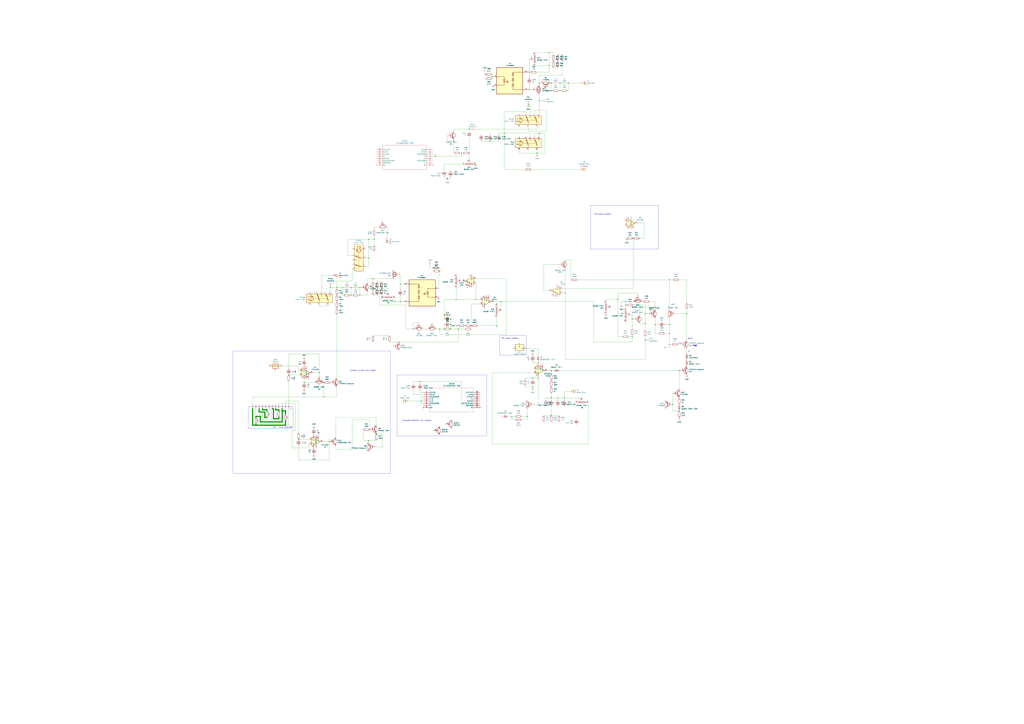
<source format=kicad_sch>
(kicad_sch (version 20231120) (generator "eeschema") (generator_version "8.0")
  (paper "A0")
  (junction (at 585.47 154.94))
  (junction (at 581.66 350.52))
  (junction (at 660.4 96.52))
  (junction (at 510.54 314.96))
  (junction (at 429.26 499.11))
  (junction (at 749.3 375.92))
  (junction (at 309.88 485.14))
  (junction (at 335.28 435.61))
  (junction (at 734.06 370.84))
  (junction (at 650.24 105.41))
  (junction (at 781.05 469.9))
  (junction (at 427.99 511.81))
  (junction (at 464.82 330.2))
  (junction (at 613.41 121.92))
  (junction (at 788.67 430.53))
  (junction (at 612.14 483.87))
  (junction (at 726.44 354.33))
  (junction (at 544.83 177.8))
  (junction (at 397.51 334.01))
  (junction (at 505.46 181.61))
  (junction (at 370.84 433.07))
  (junction (at 640.08 482.6))
  (junction (at 523.24 377.19))
  (junction (at 433.07 323.85))
  (junction (at 532.13 382.27))
  (junction (at 427.99 299.72))
  (junction (at 523.24 370.84))
  (junction (at 427.99 278.13))
  (junction (at 749.3 364.49))
  (junction (at 375.92 444.5))
  (junction (at 502.92 311.15))
  (junction (at 568.96 163.83))
  (junction (at 640.08 96.52))
  (junction (at 626.11 154.94))
  (junction (at 488.95 466.09))
  (junction (at 626.11 96.52))
  (junction (at 434.34 278.13))
  (junction (at 623.57 177.8))
  (junction (at 323.85 476.25))
  (junction (at 407.67 334.01))
  (junction (at 650.24 96.52))
  (junction (at 571.5 88.9))
  (junction (at 777.24 400.05))
  (junction (at 760.73 377.19))
  (junction (at 323.85 486.41))
  (junction (at 487.68 443.23))
  (junction (at 734.06 391.16))
  (junction (at 624.84 439.42))
  (junction (at 777.24 387.35))
  (junction (at 309.88 476.25))
  (junction (at 788.67 477.52))
  (junction (at 331.47 494.03))
  (junction (at 458.47 350.52))
  (junction (at 480.06 382.27))
  (junction (at 443.23 345.44))
  (junction (at 726.44 350.52))
  (junction (at 637.54 76.2))
  (junction (at 382.27 513.08))
  (junction (at 547.37 378.46))
  (junction (at 777.24 377.19))
  (junction (at 655.32 462.28))
  (junction (at 443.23 335.28))
  (junction (at 523.24 382.27))
  (junction (at 510.54 382.27))
  (junction (at 717.55 347.98))
  (junction (at 529.59 347.98))
  (junction (at 614.68 104.14))
  (junction (at 760.73 356.87))
  (junction (at 618.49 449.58))
  (junction (at 640.08 462.28))
  (junction (at 640.08 430.53))
  (junction (at 327.66 477.52))
  (junction (at 797.56 364.49))
  (junction (at 353.06 444.5))
  (junction (at 594.36 483.87))
  (junction (at 618.49 439.42))
  (junction (at 544.83 149.86))
  (junction (at 417.83 334.01))
  (junction (at 563.88 86.36))
  (junction (at 552.45 347.98))
  (junction (at 614.68 83.82))
  (junction (at 640.08 105.41))
  (junction (at 647.7 462.28))
  (junction (at 407.67 342.9))
  (junction (at 515.62 365.76))
  (junction (at 637.54 60.96))
  (junction (at 391.16 334.01))
  (junction (at 576.58 378.46))
  (junction (at 624.84 421.64))
  (junction (at 519.43 207.01))
  (junction (at 436.88 504.19))
  (junction (at 346.71 510.54))
  (junction (at 527.05 163.83))
  (junction (at 331.47 477.52))
  (junction (at 297.18 494.03))
  (junction (at 777.24 325.12))
  (junction (at 626.11 116.84))
  (junction (at 375.92 461.01))
  (junction (at 515.62 382.27))
  (junction (at 749.3 394.97))
  (junction (at 735.33 276.86))
  (junction (at 464.82 350.52))
  (junction (at 656.59 340.36))
  (junction (at 463.55 397.51))
  (junction (at 383.54 334.01))
  (junction (at 417.83 342.9))
  (junction (at 535.94 177.8))
  (no_connect (at 576.58 353.06))
  (no_connect (at 726.44 373.38))
  (no_connect (at 708.66 356.87))
  (no_connect (at 772.16 403.86))
  (wire (pts (xy 647.7 464.82) (xy 647.7 462.28)))
  (wire (pts (xy 434.34 278.13) (xy 427.99 278.13)))
  (wire (pts (xy 382.27 534.67) (xy 346.71 534.67)))
  (wire (pts (xy 749.3 394.97) (xy 749.3 417.83)))
  (wire (pts (xy 363.22 433.07) (xy 370.84 433.07)))
  (wire (pts (xy 551.18 149.86) (xy 623.57 149.86)))
  (wire (pts (xy 647.7 63.5) (xy 652.78 63.5)))
  (wire (pts (xy 433.07 323.85) (xy 457.2 323.85)))
  (wire (pts (xy 327.66 477.52) (xy 331.47 477.52)) (stroke (width 1.27)))
  (wire (pts (xy 434.34 274.32) (xy 434.34 278.13)))
  (wire (pts (xy 375.92 461.01) (xy 293.37 461.01)))
  (wire (pts (xy 734.06 397.51) (xy 734.06 391.16)))
  (wire (pts (xy 626.11 99.06) (xy 626.11 96.52)))
  (wire (pts (xy 726.44 350.52) (xy 735.33 350.52)))
  (wire (pts (xy 304.8 481.33) (xy 304.8 487.68)))
  (wire (pts (xy 327.66 474.98) (xy 327.66 477.52)) (stroke (width 1.27)))
  (wire (pts (xy 635 128.27) (xy 621.03 128.27)))
  (wire (pts (xy 624.84 439.42) (xy 624.84 469.9)))
  (wire (pts (xy 632.46 154.94) (xy 632.46 177.8)))
  (wire (pts (xy 370.84 433.07) (xy 370.84 436.88)))
  (wire (pts (xy 721.36 350.52) (xy 726.44 350.52)))
  (wire (pts (xy 655.32 464.82) (xy 655.32 462.28)))
  (wire (pts (xy 635 152.4) (xy 635 128.27)))
  (wire (pts (xy 515.62 207.01) (xy 515.62 205.74)))
  (wire (pts (xy 293.37 461.01) (xy 293.37 469.9)))
  (wire (pts (xy 502.92 311.15) (xy 499.11 311.15)))
  (wire (pts (xy 323.85 486.41) (xy 323.85 487.68)))
  (wire (pts (xy 781.05 457.2) (xy 781.05 469.9)))
  (wire (pts (xy 491.49 461.01) (xy 488.95 461.01)))
  (wire (pts (xy 640.08 472.44) (xy 640.08 482.6)))
  (wire (pts (xy 397.51 334.01) (xy 398.78 334.01)))
  (wire (pts (xy 609.6 196.85) (xy 585.47 196.85)))
  (wire (pts (xy 523.24 207.01) (xy 523.24 205.74)))
  (wire (pts (xy 440.69 354.33) (xy 471.17 354.33)))
  (wire (pts (xy 353.06 444.5) (xy 353.06 440.69)))
  (wire (pts (xy 726.44 354.33) (xy 727.71 354.33)))
  (wire (pts (xy 797.56 405.13) (xy 797.56 410.21)))
  (wire (pts (xy 594.36 487.68) (xy 594.36 483.87)))
  (wire (pts (xy 527.05 163.83) (xy 527.05 162.56)))
  (wire (pts (xy 458.47 350.52) (xy 458.47 345.44)))
  (wire (pts (xy 510.54 318.77) (xy 510.54 314.96)))
  (wire (pts (xy 621.03 154.94) (xy 626.11 154.94)))
  (wire (pts (xy 652.78 335.28) (xy 735.33 335.28)))
  (wire (pts (xy 471.17 354.33) (xy 471.17 382.27)))
  (wire (pts (xy 515.62 377.19) (xy 515.62 382.27)))
  (wire (pts (xy 722.63 391.16) (xy 717.55 391.16)))
  (wire (pts (xy 760.73 369.57) (xy 760.73 377.19)))
  (wire (pts (xy 749.3 417.83) (xy 656.59 417.83)))
  (wire (pts (xy 339.09 500.38) (xy 342.9 500.38)))
  (wire (pts (xy 777.24 369.57) (xy 777.24 377.19)))
  (wire (pts (xy 307.34 478.79) (xy 307.34 485.14)) (stroke (width 1.27)))
  (wire (pts (xy 576.58 378.46) (xy 576.58 382.27)))
  (wire (pts (xy 730.25 391.16) (xy 734.06 391.16)))
  (wire (pts (xy 389.89 508) (xy 389.89 485.14)))
  (wire (pts (xy 633.73 104.14) (xy 633.73 105.41)))
  (wire (pts (xy 509.27 335.28) (xy 509.27 318.77)))
  (wire (pts (xy 788.67 430.53) (xy 788.67 452.12)))
  (wire (pts (xy 626.11 96.52) (xy 628.65 96.52)))
  (wire (pts (xy 339.09 520.7) (xy 358.14 520.7)))
  (wire (pts (xy 626.11 154.94) (xy 626.11 158.75)))
  (wire (pts (xy 382.27 513.08) (xy 382.27 509.27)))
  (wire (pts (xy 346.71 510.54) (xy 359.41 510.54)))
  (wire (pts (xy 297.18 492.76) (xy 297.18 494.03)) (stroke (width 1.27)))
  (wire (pts (xy 515.62 382.27) (xy 510.54 382.27)))
  (wire (pts (xy 797.56 325.12) (xy 797.56 351.79)))
  (wire (pts (xy 734.06 389.89) (xy 734.06 391.16)))
  (wire (pts (xy 655.32 462.28) (xy 655.32 454.66)))
  (wire (pts (xy 562.61 83.82) (xy 562.61 86.36)))
  (wire (pts (xy 617.22 196.85) (xy 673.1 196.85)))
  (wire (pts (xy 760.73 356.87) (xy 760.73 359.41)))
  (wire (pts (xy 754.38 350.52) (xy 760.73 350.52)))
  (wire (pts (xy 552.45 323.85) (xy 588.01 323.85)))
  (wire (pts (xy 358.14 520.7) (xy 358.14 515.62)))
  (wire (pts (xy 562.61 86.36) (xy 563.88 86.36)))
  (wire (pts (xy 480.06 443.23) (xy 487.68 443.23)))
  (wire (pts (xy 624.84 420.37) (xy 624.84 421.64)))
  (wire (pts (xy 784.86 364.49) (xy 797.56 364.49)))
  (wire (pts (xy 547.37 353.06) (xy 557.53 353.06)))
  (wire (pts (xy 312.42 476.25) (xy 312.42 474.98)))
  (wire (pts (xy 734.06 370.84) (xy 735.33 370.84)))
  (wire (pts (xy 610.87 132.08) (xy 610.87 129.54)))
  (wire (pts (xy 314.96 487.68) (xy 323.85 487.68)))
  (wire (pts (xy 527.05 149.86) (xy 527.05 152.4)))
  (wire (pts (xy 515.62 190.5) (xy 515.62 198.12)))
  (wire (pts (xy 571.5 515.62) (xy 571.5 433.07)))
  (wire (pts (xy 424.18 309.88) (xy 427.99 309.88)))
  (wire (pts (xy 523.24 370.84) (xy 523.24 377.19)))
  (wire (pts (xy 740.41 340.36) (xy 740.41 342.9)))
  (wire (pts (xy 655.32 462.28) (xy 675.64 462.28)))
  (wire (pts (xy 436.88 504.19) (xy 444.5 504.19)))
  (wire (pts (xy 382.27 513.08) (xy 382.27 534.67)))
  (wire (pts (xy 613.41 152.4) (xy 635 152.4)))
  (wire (pts (xy 529.59 334.01) (xy 529.59 347.98)))
  (wire (pts (xy 717.55 340.36) (xy 740.41 340.36)))
  (wire (pts (xy 443.23 335.28) (xy 450.85 335.28)))
  (wire (pts (xy 532.13 382.27) (xy 532.13 397.51)))
  (wire (pts (xy 424.18 299.72) (xy 427.99 299.72)))
  (wire (pts (xy 652.78 87.63) (xy 626.11 87.63)))
  (wire (pts (xy 535.94 443.23) (xy 535.94 471.17)))
  (wire (pts (xy 458.47 350.52) (xy 464.82 350.52)))
  (wire (pts (xy 407.67 334.01) (xy 407.67 342.9)))
  (wire (pts (xy 407.67 334.01) (xy 406.4 334.01)))
  (wire (pts (xy 703.58 347.98) (xy 717.55 347.98)))
  (wire (pts (xy 297.18 483.87) (xy 297.18 485.14)) (stroke (width 1.27)))
  (wire (pts (xy 487.68 443.23) (xy 535.94 443.23)))
  (wire (pts (xy 544.83 177.8) (xy 544.83 160.02)))
  (wire (pts (xy 742.95 375.92) (xy 749.3 375.92)))
  (wire (pts (xy 642.62 60.96) (xy 637.54 60.96)))
  (wire (pts (xy 618.49 421.64) (xy 624.84 421.64)))
  (wire (pts (xy 373.38 320.04) (xy 373.38 339.09)))
  (wire (pts (xy 640.08 96.52) (xy 641.35 96.52)))
  (wire (pts (xy 317.5 486.41) (xy 323.85 486.41)) (stroke (width 1.27)))
  (wire (pts (xy 640.08 462.28) (xy 640.08 464.82)))
  (wire (pts (xy 603.25 177.8) (xy 623.57 177.8)))
  (wire (pts (xy 749.3 364.49) (xy 749.3 375.92)))
  (wire (pts (xy 642.62 63.5) (xy 642.62 60.96)))
  (wire (pts (xy 552.45 347.98) (xy 557.53 347.98)))
  (wire (pts (xy 628.65 116.84) (xy 626.11 116.84)))
  (wire (pts (xy 534.67 326.39) (xy 537.21 326.39)))
  (wire (pts (xy 650.24 96.52) (xy 650.24 105.41)))
  (wire (pts (xy 335.28 474.98) (xy 335.28 494.03)))
  (wire (pts (xy 579.12 156.21) (xy 579.12 154.94)))
  (wire (pts (xy 406.4 342.9) (xy 407.67 342.9)))
  (wire (pts (xy 660.4 96.52) (xy 659.13 96.52)))
  (wire (pts (xy 633.73 464.82) (xy 633.73 462.28)))
  (wire (pts (xy 488.95 466.09) (xy 488.95 468.63)))
  (wire (pts (xy 309.88 474.98) (xy 309.88 476.25)))
  (wire (pts (xy 440.69 354.33) (xy 440.69 335.28)))
  (wire (pts (xy 515.62 347.98) (xy 529.59 347.98)))
  (wire (pts (xy 650.24 105.41) (xy 651.51 105.41)))
  (wire (pts (xy 612.14 487.68) (xy 612.14 483.87)))
  (wire (pts (xy 370.84 411.48) (xy 335.28 411.48)))
  (wire (pts (xy 370.84 355.6) (xy 381 355.6)))
  (wire (pts (xy 391.16 334.01) (xy 397.51 334.01)))
  (wire (pts (xy 515.62 207.01) (xy 519.43 207.01)))
  (wire (pts (xy 640.08 105.41) (xy 640.08 96.52)))
  (wire (pts (xy 510.54 311.15) (xy 510.54 314.96)))
  (wire (pts (xy 655.32 454.66) (xy 661.67 454.66)))
  (wire (pts (xy 426.72 328.93) (xy 426.72 323.85)))
  (wire (pts (xy 777.24 377.19) (xy 777.24 387.35)))
  (wire (pts (xy 389.89 521.97) (xy 408.94 521.97)))
  (wire (pts (xy 605.79 487.68) (xy 612.14 487.68)))
  (wire (pts (xy 621.03 60.96) (xy 637.54 60.96)))
  (wire (pts (xy 464.82 350.52) (xy 468.63 350.52)))
  (wire (pts (xy 764.54 387.35) (xy 760.73 387.35)))
  (wire (pts (xy 515.62 365.76) (xy 515.62 370.84)))
  (wire (pts (xy 568.96 163.83) (xy 579.12 163.83)))
  (wire (pts (xy 496.57 382.27) (xy 491.49 382.27)))
  (wire (pts (xy 746.76 350.52) (xy 745.49 350.52)))
  (wire (pts (xy 781.05 477.52) (xy 788.67 477.52)))
  (wire (pts (xy 546.1 149.86) (xy 544.83 149.86)))
  (wire (pts (xy 323.85 468.63) (xy 323.85 469.9)))
  (wire (pts (xy 742.95 276.86) (xy 748.03 276.86)))
  (wire (pts (xy 581.66 350.52) (xy 689.61 350.52)))
  (wire (pts (xy 419.1 334.01) (xy 417.83 334.01)))
  (wire (pts (xy 631.19 307.34) (xy 631.19 337.82)))
  (wire (pts (xy 749.3 364.49) (xy 753.11 364.49)))
  (wire (pts (xy 314.96 476.25) (xy 314.96 487.68)))
  (wire (pts (xy 779.78 400.05) (xy 777.24 400.05)))
  (wire (pts (xy 637.54 83.82) (xy 623.57 83.82)))
  (wire (pts (xy 327.66 425.45) (xy 346.71 425.45)))
  (wire (pts (xy 391.16 449.58) (xy 391.16 461.01)))
  (wire (pts (xy 417.83 334.01) (xy 417.83 342.9)))
  (wire (pts (xy 760.73 377.19) (xy 764.54 377.19)))
  (wire (pts (xy 505.46 181.61) (xy 535.94 181.61)))
  (wire (pts (xy 443.23 345.44) (xy 443.23 350.52)))
  (wire (pts (xy 386.08 320.04) (xy 373.38 320.04)))
  (wire (pts (xy 383.54 339.09) (xy 383.54 334.01)))
  (wire (pts (xy 772.16 403.86) (xy 777.24 403.86)))
  (wire (pts (xy 659.13 105.41) (xy 660.4 105.41)))
  (wire (pts (xy 623.57 179.07) (xy 623.57 177.8)))
  (wire (pts (xy 571.5 86.36) (xy 571.5 88.9)))
  (wire (pts (xy 749.3 394.97) (xy 749.3 391.16)))
  (wire (pts (xy 614.68 83.82) (xy 614.68 90.17)))
  (wire (pts (xy 547.37 378.46) (xy 547.37 353.06)))
  (wire (pts (xy 781.05 469.9) (xy 781.05 477.52)))
  (wire (pts (xy 320.04 476.25) (xy 323.85 476.25)) (stroke (width 1.27)))
  (wire (pts (xy 519.43 207.01) (xy 523.24 207.01)))
  (wire (pts (xy 323.85 486.41) (xy 323.85 485.14)) (stroke (width 1.27)))
  (wire (pts (xy 519.43 163.83) (xy 519.43 157.48)))
  (wire (pts (xy 464.82 318.77) (xy 464.82 330.2)))
  (wire (pts (xy 434.34 278.13) (xy 434.34 284.48)))
  (wire (pts (xy 487.68 443.23) (xy 487.68 445.77)))
  (wire (pts (xy 480.06 458.47) (xy 480.06 453.39)))
  (wire (pts (xy 537.21 190.5) (xy 515.62 190.5)))
  (wire (pts (xy 726.44 354.33) (xy 726.44 350.52)))
  (wire (pts (xy 463.55 397.51) (xy 532.13 397.51)))
  (wire (pts (xy 438.15 327.66) (xy 443.23 327.66)))
  (wire (pts (xy 734.06 382.27) (xy 734.06 370.84)))
  (wire (pts (xy 621.03 128.27) (xy 621.03 132.08)))
  (wire (pts (xy 488.95 466.09) (xy 491.49 466.09)))
  (wire (pts (xy 615.95 121.92) (xy 613.41 121.92)))
  (wire (pts (xy 381 354.33) (xy 381 355.6)))
  (wire (pts (xy 615.95 154.94) (xy 615.95 158.75)))
  (wire (pts (xy 781.05 325.12) (xy 777.24 325.12)))
  (wire (pts (xy 749.3 354.33) (xy 749.3 364.49)))
  (wire (pts (xy 374.65 513.08) (xy 382.27 513.08)))
  (wire (pts (xy 652.78 340.36) (xy 656.59 340.36)))
  (wire (pts (xy 421.64 511.81) (xy 427.99 511.81)))
  (wire (pts (xy 331.47 488.95) (xy 331.47 494.03)) (stroke (width 1.27)))
  (wire (pts (xy 300.99 474.98) (xy 300.99 478.79)) (stroke (width 1.27)))
  (wire (pts (xy 749.3 375.92) (xy 749.3 383.54)))
  (wire (pts (xy 480.06 374.65) (xy 480.06 382.27)))
  (wire (pts (xy 389.89 518.16) (xy 389.89 521.97)))
  (wire (pts (xy 335.28 435.61) (xy 347.98 435.61)))
  (wire (pts (xy 342.9 500.38) (xy 342.9 468.63)))
  (wire (pts (xy 650.24 430.53) (xy 788.67 430.53)))
  (wire (pts (xy 391.16 326.39) (xy 391.16 334.01)))
  (wire (pts (xy 527.05 163.83) (xy 519.43 163.83)))
  (wire (pts (xy 408.94 521.97) (xy 408.94 487.68)))
  (wire (pts (xy 383.54 334.01) (xy 391.16 334.01)))
  (wire (pts (xy 624.84 469.9) (xy 619.76 469.9)))
  (wire (pts (xy 539.75 382.27) (xy 532.13 382.27)))
  (wire (pts (xy 650.24 96.52) (xy 648.97 96.52)))
  (wire (pts (xy 491.49 455.93) (xy 487.68 455.93)))
  (wire (pts (xy 576.58 378.46) (xy 576.58 368.3)))
  (wire (pts (xy 480.06 445.77) (xy 480.06 443.23)))
  (wire (pts (xy 505.46 179.07) (xy 505.46 181.61)))
  (wire (pts (xy 435.61 519.43) (xy 444.5 519.43)))
  (wire (pts (xy 452.12 397.51) (xy 463.55 397.51)))
  (wire (pts (xy 618.49 439.42) (xy 624.84 439.42)))
  (wire (pts (xy 552.45 328.93) (xy 552.45 347.98)))
  (wire (pts (xy 320.04 474.98) (xy 320.04 476.25)) (stroke (width 1.27)))
  (wire (pts (xy 458.47 350.52) (xy 443.23 350.52)))
  (wire (pts (xy 510.54 382.27) (xy 510.54 388.62)))
  (wire (pts (xy 674.37 96.52) (xy 660.4 96.52)))
  (wire (pts (xy 502.92 179.07) (xy 505.46 179.07)))
  (wire (pts (xy 772.16 377.19) (xy 777.24 377.19)))
  (wire (pts (xy 331.47 474.98) (xy 331.47 477.52)))
  (wire (pts (xy 656.59 302.26) (xy 662.94 302.26)))
  (wire (pts (xy 323.85 476.25) (xy 323.85 477.52)))
  (wire (pts (xy 614.68 68.58) (xy 615.95 68.58)))
  (wire (pts (xy 647.7 462.28) (xy 640.08 462.28)))
  (wire (pts (xy 389.89 485.14) (xy 436.88 485.14)))
  (wire (pts (xy 314.96 476.25) (xy 312.42 476.25)))
  (wire (pts (xy 510.54 382.27) (xy 506.73 382.27)))
  (wire (pts (xy 297.18 481.33) (xy 304.8 481.33)))
  (wire (pts (xy 614.68 83.82) (xy 615.95 83.82)))
  (wire (pts (xy 327.66 490.22) (xy 302.26 490.22)) (stroke (width 1.27)))
  (wire (pts (xy 626.11 154.94) (xy 632.46 154.94)))
  (wire (pts (xy 618.49 449.58) (xy 618.49 448.31)))
  (wire (pts (xy 502.92 311.15) (xy 502.92 314.96)))
  (wire (pts (xy 408.94 334.01) (xy 407.67 334.01)))
  (wire (pts (xy 416.56 342.9) (xy 417.83 342.9)))
  (wire (pts (xy 304.8 474.98) (xy 304.8 476.25)) (stroke (width 1.27)))
  (wire (pts (xy 417.83 334.01) (xy 416.56 334.01)))
  (wire (pts (xy 760.73 350.52) (xy 760.73 356.87)))
  (wire (pts (xy 534.67 177.8) (xy 535.94 177.8)))
  (wire (pts (xy 735.33 276.86) (xy 735.33 335.28)))
  (wire (pts (xy 594.36 483.87) (xy 598.17 483.87)))
  (wire (pts (xy 626.11 116.84) (xy 626.11 109.22)))
  (wire (pts (xy 544.83 149.86) (xy 544.83 152.4)))
  (wire (pts (xy 772.16 387.35) (xy 777.24 387.35)))
  (wire (pts (xy 610.87 129.54) (xy 585.47 129.54)))
  (wire (pts (xy 427.99 511.81) (xy 436.88 511.81)))
  (wire (pts (xy 464.82 330.2) (xy 464.82 336.55)))
  (wire (pts (xy 491.49 458.47) (xy 480.06 458.47)))
  (wire (pts (xy 554.99 378.46) (xy 576.58 378.46)))
  (wire (pts (xy 444.5 519.43) (xy 444.5 504.19)))
  (wire (pts (xy 788.67 325.12) (xy 797.56 325.12)))
  (wire (pts (xy 637.54 76.2) (xy 637.54 60.96)))
  (wire (pts (xy 609.6 439.42) (xy 618.49 439.42)))
  (wire (pts (xy 777.24 325.12) (xy 777.24 359.41)))
  (wire (pts (xy 742.95 365.76) (xy 742.95 356.87)))
  (wire (pts (xy 300.99 478.79) (xy 307.34 478.79)) (stroke (width 1.27)))
  (wire (pts (xy 624.84 439.42) (xy 624.84 438.15)))
  (wire (pts (xy 558.8 163.83) (xy 568.96 163.83)))
  (wire (pts (xy 417.83 342.9) (xy 426.72 342.9)))
  (wire (pts (xy 748.03 259.08) (xy 740.41 259.08)))
  (wire (pts (xy 623.57 149.86) (xy 623.57 147.32)))
  (wire (pts (xy 358.14 515.62) (xy 359.41 515.62)))
  (wire (pts (xy 735.33 354.33) (xy 749.3 354.33)))
  (wire (pts (xy 391.16 365.76) (xy 391.16 439.42)))
  (wire (pts (xy 439.42 264.16) (xy 434.34 264.16)))
  (wire (pts (xy 297.18 494.03) (xy 331.47 494.03)) (stroke (width 1.27)))
  (wire (pts (xy 433.07 323.85) (xy 433.07 327.66)))
  (wire (pts (xy 486.41 374.65) (xy 480.06 374.65)))
  (wire (pts (xy 440.69 335.28) (xy 443.23 335.28)))
  (wire (pts (xy 652.78 71.12) (xy 652.78 87.63)))
  (wire (pts (xy 683.26 515.62) (xy 571.5 515.62)))
  (wire (pts (xy 346.71 425.45) (xy 346.71 430.53)))
  (wire (pts (xy 797.56 364.49) (xy 797.56 394.97)))
  (wire (pts (xy 527.05 163.83) (xy 527.05 177.8)))
  (wire (pts (xy 640.08 105.41) (xy 641.35 105.41)))
  (wire (pts (xy 633.73 462.28) (xy 640.08 462.28)))
  (wire (pts (xy 427.99 278.13) (xy 427.99 299.72)))
  (wire (pts (xy 640.08 434.34) (xy 640.08 430.53)))
  (wire (pts (xy 529.59 347.98) (xy 552.45 347.98)))
  (wire (pts (xy 443.23 342.9) (xy 443.23 345.44)))
  (wire (pts (xy 397.51 342.9) (xy 397.51 334.01)))
  (wire (pts (xy 631.19 337.82) (xy 637.54 337.82)))
  (wire (pts (xy 449.58 264.16) (xy 449.58 275.59)))
  (wire (pts (xy 609.6 440.69) (xy 609.6 439.42)))
  (wire (pts (xy 304.8 487.68) (xy 309.88 487.68)))
  (wire (pts (xy 335.28 411.48) (xy 335.28 427.99)))
  (wire (pts (xy 614.68 83.82) (xy 613.41 83.82)))
  (wire (pts (xy 588.01 323.85) (xy 588.01 388.62)))
  (wire (pts (xy 563.88 86.36) (xy 563.88 91.44)))
  (wire (pts (xy 633.73 105.41) (xy 640.08 105.41)))
  (wire (pts (xy 297.18 494.03) (xy 293.37 494.03)) (stroke (width 1.27)))
  (wire (pts (xy 689.61 397.51) (xy 734.06 397.51)))
  (wire (pts (xy 642.62 78.74) (xy 647.7 78.74)))
  (wire (pts (xy 614.68 97.79) (xy 614.68 104.14)))
  (wire (pts (xy 346.71 430.53) (xy 347.98 430.53)))
  (wire (pts (xy 523.24 365.76) (xy 523.24 370.84)))
  (wire (pts (xy 610.87 405.13) (xy 624.84 405.13)))
  (wire (pts (xy 535.94 471.17) (xy 557.53 471.17)))
  (wire (pts (xy 544.83 185.42) (xy 544.83 177.8)))
  (wire (pts (xy 339.09 520.7) (xy 339.09 500.38)))
  (wire (pts (xy 598.17 487.68) (xy 594.36 487.68)))
  (wire (pts (xy 408.94 326.39) (xy 391.16 326.39)))
  (wire (pts (xy 683.26 467.36) (xy 683.26 515.62)))
  (wire (pts (xy 777.24 400.05) (xy 777.24 403.86)))
  (wire (pts (xy 609.6 449.58) (xy 618.49 449.58)))
  (wire (pts (xy 323.85 476.25) (xy 323.85 477.52)) (stroke (width 1.27)))
  (wire (pts (xy 618.49 450.85) (xy 618.49 449.58)))
  (wire (pts (xy 621.03 158.75) (xy 621.03 154.94)))
  (wire (pts (xy 614.68 83.82) (xy 614.68 68.58)))
  (wire (pts (xy 397.51 342.9) (xy 398.78 342.9)))
  (wire (pts (xy 331.47 466.09) (xy 346.71 466.09)))
  (wire (pts (xy 603.25 173.99) (xy 603.25 177.8)))
  (wire (pts (xy 407.67 342.9) (xy 408.94 342.9)))
  (wire (pts (xy 618.49 420.37) (xy 618.49 421.64)))
  (wire (pts (xy 427.99 299.72) (xy 427.99 309.88)))
  (wire (pts (xy 427.99 278.13) (xy 403.86 278.13)))
  (wire (pts (xy 618.49 104.14) (xy 614.68 104.14)))
  (wire (pts (xy 651.51 96.52) (xy 650.24 96.52)))
  (wire (pts (xy 585.47 129.54) (xy 585.47 154.94)))
  (wire (pts (xy 464.82 344.17) (xy 464.82 350.52)))
  (wire (pts (xy 471.17 382.27) (xy 480.06 382.27)))
  (wire (pts (xy 648.97 105.41) (xy 650.24 105.41)))
  (wire (pts (xy 317.5 474.98) (xy 317.5 486.41)) (stroke (width 1.27)))
  (wire (pts (xy 621.03 76.2) (xy 637.54 76.2)))
  (wire (pts (xy 293.37 494.03) (xy 293.37 474.98)) (stroke (width 1.27)))
  (wire (pts (xy 474.98 466.09) (xy 488.95 466.09)))
  (wire (pts (xy 426.72 323.85) (xy 433.07 323.85)))
  (wire (pts (xy 309.88 476.25) (xy 309.88 477.52)) (stroke (width 1.27)))
  (wire (pts (xy 433.07 389.89) (xy 452.12 389.89)))
  (wire (pts (xy 571.5 88.9) (xy 571.5 91.44)))
  (wire (pts (xy 612.14 474.98) (xy 612.14 483.87)))
  (wire (pts (xy 499.11 307.34) (xy 499.11 311.15)))
  (wire (pts (xy 353.06 444.5) (xy 365.76 444.5)))
  (wire (pts (xy 317.5 474.98) (xy 316.23 474.98)) (stroke (width 1.27)))
  (wire (pts (xy 797.56 359.41) (xy 797.56 364.49)))
  (wire (pts (xy 297.18 483.87) (xy 302.26 483.87)) (stroke (width 1.27)))
  (wire (pts (xy 640.08 482.6) (xy 648.97 482.6)))
  (wire (pts (xy 703.58 347.98) (xy 703.58 349.25)))
  (wire (pts (xy 748.03 276.86) (xy 748.03 259.08)))
  (wire (pts (xy 523.24 377.19) (xy 523.24 382.27)))
  (wire (pts (xy 309.88 485.14) (xy 309.88 487.68)))
  (wire (pts (xy 734.06 370.84) (xy 734.06 365.76)))
  (wire (pts (xy 481.33 382.27) (xy 480.06 382.27)))
  (wire (pts (xy 491.49 468.63) (xy 488.95 468.63)))
  (wire (pts (xy 742.95 356.87) (xy 760.73 356.87)))
  (wire (pts (xy 342.9 468.63) (xy 323.85 468.63)))
  (wire (pts (xy 760.73 387.35) (xy 760.73 377.19)))
  (wire (pts (xy 588.01 388.62) (xy 510.54 388.62)))
  (wire (pts (xy 656.59 417.83) (xy 656.59 340.36)))
  (wire (pts (xy 585.47 196.85) (xy 585.47 154.94)))
  (wire (pts (xy 434.34 264.16) (xy 434.34 266.7)))
  (wire (pts (xy 391.16 461.01) (xy 375.92 461.01)))
  (wire (pts (xy 335.28 443.23) (xy 335.28 469.9)))
  (wire (pts (xy 450.85 340.36) (xy 450.85 335.28)))
  (wire (pts (xy 331.47 477.52) (xy 331.47 481.33)) (stroke (width 1.27)))
  (wire (pts (xy 585.47 154.94) (xy 615.95 154.94)))
  (wire (pts (xy 436.88 485.14) (xy 436.88 494.03)))
  (wire (pts (xy 579.12 154.94) (xy 585.47 154.94)))
  (wire (pts (xy 331.47 494.03) (xy 331.47 492.76)))
  (wire (pts (xy 323.85 474.98) (xy 323.85 476.25)))
  (wire (pts (xy 788.67 430.53) (xy 789.94 430.53)))
  (wire (pts (xy 429.26 487.68) (xy 429.26 499.11)))
  (wire (pts (xy 370.84 433.07) (xy 370.84 411.48)))
  (wire (pts (xy 626.11 87.63) (xy 626.11 96.52)))
  (wire (pts (xy 613.41 147.32) (xy 613.41 152.4)))
  (wire (pts (xy 637.54 76.2) (xy 637.54 83.82)))
  (wire (pts (xy 302.26 490.22) (xy 302.26 483.87)) (stroke (width 1.27)))
  (wire (pts (xy 535.94 177.8) (xy 535.94 181.61)))
  (wire (pts (xy 612.14 483.87) (xy 605.79 483.87)))
  (wire (pts (xy 427.99 511.81) (xy 427.99 514.35)))
  (wire (pts (xy 787.4 400.05) (xy 789.94 400.05)))
  (wire (pts (xy 647.7 462.28) (xy 655.32 462.28)))
  (wire (pts (xy 581.66 350.52) (xy 581.66 360.68)))
  (wire (pts (xy 777.24 387.35) (xy 777.24 400.05)))
  (wire (pts (xy 571.5 88.9) (xy 572.77 88.9)))
  (wire (pts (xy 717.55 347.98) (xy 717.55 391.16)))
  (wire (pts (xy 638.81 96.52) (xy 640.08 96.52)))
  (wire (pts (xy 403.86 278.13) (xy 403.86 297.18)))
  (wire (pts (xy 391.16 334.01) (xy 391.16 335.28)))
  (wire (pts (xy 488.95 461.01) (xy 488.95 466.09)))
  (wire (pts (xy 383.54 334.01) (xy 383.54 332.74)))
  (wire (pts (xy 535.94 177.8) (xy 537.21 177.8)))
  (wire (pts (xy 308.61 474.98) (xy 309.88 474.98)))
  (wire (pts (xy 408.94 312.42) (xy 408.94 326.39)))
  (wire (pts (xy 421.64 499.11) (xy 421.64 511.81)))
  (wire (pts (xy 618.49 440.69) (xy 618.49 439.42)))
  (wire (pts (xy 662.94 302.26) (xy 662.94 325.12)))
  (wire (pts (xy 670.56 325.12) (xy 777.24 325.12)))
  (wire (pts (xy 624.84 421.64) (xy 624.84 422.91)))
  (wire (pts (xy 642.62 430.53) (xy 640.08 430.53)))
  (wire (pts (xy 346.71 534.67) (xy 346.71 518.16)))
  (wire (pts (xy 632.46 177.8) (xy 623.57 177.8)))
  (wire (pts (xy 515.62 347.98) (xy 515.62 365.76)))
  (wire (pts (xy 640.08 430.53) (xy 635 430.53)))
  (wire (pts (xy 726.44 358.14) (xy 726.44 354.33)))
  (wire (pts (xy 403.86 297.18) (xy 408.94 297.18)))
  (wire (pts (xy 623.57 173.99) (xy 623.57 177.8)))
  (wire (pts (xy 721.36 354.33) (xy 721.36 350.52)))
  (wire (pts (xy 464.82 330.2) (xy 468.63 330.2)))
  (wire (pts (xy 408.94 487.68) (xy 429.26 487.68)))
  (wire (pts (xy 370.84 354.33) (xy 370.84 355.6)))
  (wire (pts (xy 433.07 342.9) (xy 438.15 342.9)))
  (wire (pts (xy 532.13 382.27) (xy 523.24 382.27)))
  (wire (pts (xy 614.68 104.14) (xy 613.41 104.14)))
  (wire (pts (xy 327.66 477.52) (xy 327.66 490.22)) (stroke (width 1.27)))
  (wire (pts (xy 624.84 405.13) (xy 624.84 412.75)))
  (wire (pts (xy 648.97 307.34) (xy 631.19 307.34)))
  (wire (pts (xy 297.18 474.98) (xy 297.18 481.33)))
  (wire (pts (xy 626.11 116.84) (xy 626.11 132.08)))
  (wire (pts (xy 346.71 466.09) (xy 346.71 502.92)))
  (wire (pts (xy 734.06 365.76) (xy 731.52 365.76)))
  (wire (pts (xy 527.05 149.86) (xy 544.83 149.86)))
  (wire (pts (xy 426.72 342.9) (xy 426.72 339.09)))
  (wire (pts (xy 689.61 350.52) (xy 689.61 397.51)))
  (wire (pts (xy 717.55 347.98) (xy 717.55 340.36)))
  (wire (pts (xy 375.92 444.5) (xy 375.92 461.01)))
  (wire (pts (xy 331.47 469.9) (xy 331.47 466.09)))
  (wire (pts (xy 615.95 132.08) (xy 615.95 121.92)))
  (wire (pts (xy 547.37 378.46) (xy 547.37 382.27)))
  (wire (pts (xy 505.46 181.61) (xy 502.92 181.61)))
  (wire (pts (xy 335.28 494.03) (xy 331.47 494.03)))
  (wire (pts (xy 660.4 96.52) (xy 660.4 105.41)))
  (wire (pts (xy 631.19 482.6) (xy 640.08 482.6)))
  (wire (pts (xy 656.59 312.42) (xy 656.59 340.36)))
  (wire (pts (xy 609.6 448.31) (xy 609.6 449.58)))
  (wire (pts (xy 509.27 318.77) (xy 510.54 318.77)))
  (wire (pts (xy 572.77 350.52) (xy 581.66 350.52)))
  (wire (pts (xy 640.08 457.2) (xy 640.08 462.28)))
  (wire (pts (xy 590.55 483.87) (xy 594.36 483.87)))
  (wire (pts (xy 487.68 455.93) (xy 487.68 453.39)))
  (wire (pts (xy 307.34 485.14) (xy 309.88 485.14)) (stroke (width 1.27)))
  (wire (pts (xy 571.5 433.07) (xy 619.76 433.07)))
  (wire (pts (xy 304.8 476.25) (xy 309.88 476.25)) (stroke (width 1.27)))
  (rectangle (start 461.01 435.61) (end 565.15 506.73))
  (rectangle (start 580.39 389.89) (end 610.87 412.75))
  (rectangle (start 685.8 238.76) (end 764.54 289.56))
  (rectangle (start 288.29 472.44) (end 340.36 497.84))
  (circle (center 337.82 474.98) (radius 1.27) (fill (type color)))
  (rectangle (start 270.51 407.67) (end 453.39 549.91))
  (text "8.19V" (at 801.37 393.446 0) (effects (font (size 1.27 1.27))))
  (text "PSU region probably" (at 592.074 393.192 0) (effects (font (size 1.27 1.27))))
  (text "1V" (at 800.1 408.178 0) (effects (font (size 1.27 1.27))))
  (text "Constant current sinks maybe?" (at 421.64 430.53 0) (effects (font (size 1.27 1.27))))
  (text "Composite Amplifier \"Low Follower\"" (at 484.378 488.696 0) (effects (font (size 1.27 1.27))))
  (text "Hot" (at 806.958 401.574 0) (effects (font (size 1.778 1.778) (thickness 0.3556) (bold yes))))
  (text "7.5V" (at 789.432 399.034 0) (effects (font (size 1.27 1.27))))
  (text "RN1   Fluke 4345146R" (at 328.168 496.57 0) (effects (font (size 1.27 1.27))))
  (text "Vref region probably" (at 699.77 248.92 0) (effects (font (size 1.27 1.27))))
  (symbol (lib_id "Device:Q_PNP_BEC") (at 779.78 364.49 180) (unit 1)
    (property "Reference" "Q16" (at 783.59 353.568 0) (effects (justify left)))
    (property "Value" "BC856 \"3DW\"" (at 788.416 357.632 0) (effects (justify left)))
    (property "Description" "PNP transistor, base/emitter/collector" (effects (hide yes)))
  )
  (symbol (lib_id "Device:R") (at 530.86 177.8 90) (unit 1)
    (property "Reference" "R69" (at 530.86 171.45 90))
    (property "Value" "10k" (at 530.86 173.99 90))
    (property "Description" "Resistor" (effects (hide yes)))
  )
  (symbol (lib_id "power:GND") (at 618.49 450.85 0) (mirror y) (unit 1)
    (property "Reference" "#PWR06" (effects (hide yes)))
    (property "Value" "GND" (at 618.49 455.93 0))
    (property "Description" "Power symbol creates a global label with name \"GND\" , ground" (effects (hide yes)))
  )
  (symbol (lib_id "Device:L") (at 412.75 334.01 90) (unit 1)
    (property "Reference" "L4" (at 412.75 328.93 90))
    (property "Value" "220k" (at 412.75 331.47 90))
    (property "Description" "Inductor" (effects (hide yes)))
  )
  (symbol (lib_id "Diode:BAV99") (at 703.58 356.87 90) (unit 1)
    (property "Reference" "D12" (at 701.04 358.1401 90) (effects (justify left)))
    (property "Value" "BAV99 \"A7W\"" (at 701.04 355.6001 90) (effects (justify left)))
    (property "Footprint" "Package_TO_SOT_SMD:SOT-23" (effects (hide yes)))
    (property "Datasheet" "https://assets.nexperia.com/documents/data-sheet/BAV99_SER.pdf" (effects (hide yes)))
    (property "Description" "BAV99 High-speed switching diodes, SOT-23" (effects (hide yes)))
  )
  (symbol (lib_id "Device:L") (at 655.32 96.52 90) (unit 1)
    (property "Reference" "L1" (at 655.32 91.44 90))
    (property "Value" "220k" (at 655.32 93.98 90))
    (property "Description" "Inductor" (effects (hide yes)))
  )
  (symbol (lib_id "Device:NetTie_2") (at 548.64 149.86 0) (mirror y) (unit 1) (in_bom no)
    (property "Reference" "NT13" (at 548.64 144.78 0))
    (property "Value" "NetTie_2" (at 548.64 147.32 0))
    (property "Description" "Net tie, 2 pins" (effects (hide yes)))
  )
  (symbol (lib_id "Device:R") (at 309.88 481.33 180) (unit 1)
    (property "Reference" "R18" (effects (hide yes)))
    (property "Value" "200R" (at 312.42 481.33 90))
    (property "Description" "Resistor" (effects (hide yes)))
  )
  (symbol (lib_id "Device:R") (at 731.52 354.33 90) (unit 1)
    (property "Reference" "R49" (at 731.52 347.98 90))
    (property "Value" "47k" (at 731.52 350.52 90))
    (property "Description" "Resistor" (effects (hide yes)))
  )
  (symbol (lib_id "Transistor_FET:JFE2140D") (at 508 500.38 0) (unit 2)
    (property "Reference" "Q104" (at 513.08 499.1099 0) (effects (justify left)))
    (property "Value" "SST404" (at 513.08 501.6499 0) (effects (justify left)))
    (property "Footprint" "Package_SO:SOIC-8_3.9x4.9mm_P1.27mm" (effects (hide yes)))
  )
  (symbol (lib_id "Device:R") (at 784.86 325.12 270) (unit 1)
    (property "Reference" "R40" (at 784.86 318.77 90))
    (property "Value" "2.2R" (at 784.86 321.31 90))
    (property "Description" "Resistor" (effects (hide yes)))
  )
  (symbol (lib_id "Analog_Switch:DG411xY") (at 320.04 425.45 0) (unit 3)
    (property "Reference" "U5" (at 320.04 417.83 0))
    (property "Value" "DG211" (at 320.04 420.37 0))
    (property "Footprint" "Package_SO:SOIC-16_3.9x9.9mm_P1.27mm" (effects (hide yes)))
  )
  (symbol (lib_id "Device:C") (at 364.49 501.65 0) (mirror x) (unit 1)
    (property "Reference" "C9" (at 368.3 502.9201 0) (effects (justify left)))
    (property "Value" "C" (at 368.3 500.3801 0) (effects (justify left)))
    (property "Description" "Unpolarized capacitor" (effects (hide yes)))
  )
  (symbol (lib_id "Device:R") (at 666.75 325.12 270) (unit 1)
    (property "Reference" "R43" (at 666.75 318.77 90))
    (property "Value" "100R" (at 666.75 321.31 90))
    (property "Description" "Resistor" (effects (hide yes)))
  )
  (symbol (lib_id "power:GND") (at 623.57 179.07 0) (mirror y) (unit 1)
    (property "Reference" "#PWR07" (effects (hide yes)))
    (property "Value" "GND" (at 623.57 184.15 0))
    (property "Description" "Power symbol creates a global label with name \"GND\" , ground" (effects (hide yes)))
  )
  (symbol (lib_id "Device:L") (at 402.59 334.01 90) (unit 1)
    (property "Reference" "L3" (at 402.59 328.93 90))
    (property "Value" "220k" (at 402.59 331.47 90))
    (property "Description" "Inductor" (effects (hide yes)))
  )
  (symbol (lib_id "Device:R") (at 452.12 393.7 0) (mirror x) (unit 1)
    (property "Reference" "R56" (at 445.77 393.7 90))
    (property "Value" "47k" (at 448.31 393.7 90))
    (property "Description" "Resistor" (effects (hide yes)))
  )
  (symbol (lib_id "power:GND") (at 552.45 190.5 0) (mirror y) (unit 1)
    (property "Reference" "#PWR019" (effects (hide yes)))
    (property "Value" "GND" (at 552.45 195.58 0))
    (property "Description" "Power symbol creates a global label with name \"GND\" , ground" (effects (hide yes)))
  )
  (symbol (lib_id "Amplifier_Operational:LTC1152") (at 732.79 259.08 0) (unit 1)
    (property "Reference" "U8" (at 742.95 252.7614 0))
    (property "Value" "LTC1150" (at 742.95 255.3014 0))
    (property "Footprint" "Package_SO:SOIC-8_3.9x4.9mm_P1.27mm" (effects (hide yes)))
  )
  (symbol (lib_id "Device:R") (at 640.08 438.15 180) (unit 1)
    (property "Reference" "R26" (at 642.62 436.8799 0) (effects (justify right)))
    (property "Value" "100k" (at 642.62 439.4199 0) (effects (justify right)))
    (property "Description" "Resistor" (effects (hide yes)))
  )
  (symbol (lib_id "Device:C_Polarized") (at 523.24 201.93 0) (unit 1)
    (property "Reference" "C23" (at 527.05 199.7709 0) (effects (justify left)))
    (property "Value" "10µF Tantal" (at 527.05 202.3109 0) (effects (justify left)))
    (property "Description" "Polarized capacitor" (effects (hide yes)))
  )
  (symbol (lib_id "Device:C") (at 669.29 490.22 0) (unit 1)
    (property "Reference" "C13" (at 665.48 488.9499 0) (effects (justify right)))
    (property "Value" "47nF Foil" (at 665.48 491.4899 0) (effects (justify right)))
    (property "Description" "Unpolarized capacitor" (effects (hide yes)))
  )
  (symbol (lib_id "Device:R") (at 434.34 288.29 0) (mirror x) (unit 1)
    (property "Reference" "R25" (at 431.8 287.0199 0) (effects (justify right)))
    (property "Value" "1M" (at 431.8 289.5599 0) (effects (justify right)))
    (property "Description" "Resistor" (effects (hide yes)))
  )
  (symbol (lib_id "Device:Q_NPN_BCE") (at 430.53 519.43 180) (unit 1)
    (property "Reference" "Q8" (at 425.45 518.1599 0) (effects (justify left)))
    (property "Value" "TIP31AG Heatsunk" (at 425.45 520.6999 0) (effects (justify left)))
    (property "Description" "NPN transistor, base/collector/emitter" (effects (hide yes)))
  )
  (symbol (lib_id "Device:C") (at 346.71 514.35 0) (mirror x) (unit 1)
    (property "Reference" "C7" (at 354.33 514.35 90))
    (property "Value" "C" (at 351.79 514.35 90))
    (property "Description" "Unpolarized capacitor" (effects (hide yes)))
  )
  (symbol (lib_id "Device:R") (at 506.73 314.96 90) (unit 1)
    (property "Reference" "R61" (at 506.73 308.61 90))
    (property "Value" "2.7k" (at 506.73 311.15 90))
    (property "Description" "Resistor" (effects (hide yes)))
  )
  (symbol (lib_id "Amplifier_Operational:OP07") (at 627.38 430.53 0) (mirror x) (unit 1)
    (property "Reference" "M104" (at 636.27 436.8486 0))
    (property "Value" "MC33071" (at 636.27 434.3086 0))
  )
  (symbol (lib_id "Device:R") (at 323.85 481.33 180) (unit 1)
    (property "Reference" "R19" (effects (hide yes)))
    (property "Value" "2k" (at 321.564 481.33 90))
    (property "Description" "Resistor" (effects (hide yes)))
  )
  (symbol (lib_id "Device:R") (at 633.73 468.63 180) (unit 1)
    (property "Reference" "R34" (at 636.27 467.3599 0) (effects (justify right)))
    (property "Value" "10M" (at 636.27 469.8999 0) (effects (justify right)))
    (property "Description" "Resistor" (effects (hide yes)))
  )
  (symbol (lib_id "vom1271:PVI5080N") (at 593.09 93.98 0) (unit 1)
    (property "Reference" "U1" (at 592.4169 73.66 0))
    (property "Value" "PVI5080N" (at 592.4169 76.2 0))
    (property "Footprint" "VOM1271T:SOIC254P695X242-4N" (effects (hide yes)))
    (property "MANUFACTURER" "VISHAY" (effects (hide yes)))
  )
  (symbol (lib_id "Device:Q_NPN_BEC") (at 740.41 370.84 0) (mirror x) (unit 1)
    (property "Reference" "Q18" (at 737.616 360.934 0) (effects (justify left)))
    (property "Value" "BC846 \"1DW\"" (at 733.806 362.966 0) (effects (justify left)))
    (property "Description" "NPN transistor, base/emitter/collector" (effects (hide yes)))
  )
  (symbol (lib_id "Device:Q_NPN_BEC") (at 740.41 347.98 270) (unit 1)
    (property "Reference" "Q20" (at 740.41 354.33 90))
    (property "Value" "BC846 \"1DW\"" (at 740.41 356.87 90))
    (property "Description" "NPN transistor, base/emitter/collector" (effects (hide yes)))
  )
  (symbol (lib_id "Device:R") (at 648.97 486.41 180) (unit 1)
    (property "Reference" "R36" (at 651.51 485.1399 0) (effects (justify right)))
    (property "Value" "47k" (at 651.51 487.6799 0) (effects (justify right)))
    (property "Description" "Resistor" (effects (hide yes)))
  )
  (symbol (lib_id "Device:R") (at 652.78 67.31 180) (unit 1)
    (property "Reference" "R67" (at 655.32 66.0399 0) (effects (justify right)))
    (property "Value" "68k" (at 655.32 68.5799 0) (effects (justify right)))
    (property "Description" "Resistor" (effects (hide yes)))
  )
  (symbol (lib_id "Device:Q_PNP_BEC") (at 370.84 441.96 90) (mirror x) (unit 1)
    (property "Reference" "Q7" (at 370.84 452.12 90))
    (property "Value" "BC856 \"3DW\"" (at 370.84 449.58 90))
    (property "Description" "PNP transistor, base/emitter/collector" (effects (hide yes)))
  )
  (symbol (lib_id "Connector:TestPoint") (at 383.54 332.74 0) (unit 1)
    (property "Reference" "TP102" (at 383.54 323.85 0))
    (property "Value" "TestPoint" (at 383.54 326.39 0))
    (property "Description" "test point" (effects (hide yes)))
  )
  (symbol (lib_id "Device:C") (at 464.82 340.36 0) (unit 1)
    (property "Reference" "C3" (at 468.63 339.0899 0) (effects (justify left)))
    (property "Value" "C" (at 468.63 341.6299 0) (effects (justify left)))
    (property "Description" "Unpolarized capacitor" (effects (hide yes)))
  )
  (symbol (lib_id "Device:C") (at 655.32 468.63 0) (unit 1)
    (property "Reference" "C12" (at 659.13 467.3599 0) (effects (justify left)))
    (property "Value" "47nF Foil" (at 659.13 469.8999 0) (effects (justify left)))
    (property "Description" "Unpolarized capacitor" (effects (hide yes)))
  )
  (symbol (lib_id "Diode:BAV99") (at 675.64 467.36 0) (mirror x) (unit 1)
    (property "Reference" "D9" (at 675.64 473.71 0))
    (property "Value" "BAV99 \"JYW\"" (at 675.64 471.17 0))
    (property "Footprint" "Package_TO_SOT_SMD:SOT-23" (effects (hide yes)))
    (property "Datasheet" "https://assets.nexperia.com/documents/data-sheet/BAV99_SER.pdf" (effects (hide yes)))
    (property "Description" "BAV99 High-speed switching diodes, SOT-23" (effects (hide yes)))
  )
  (symbol (lib_id "Device:R") (at 739.14 276.86 270) (unit 1)
    (property "Reference" "R44" (at 739.14 270.51 90))
    (property "Value" "10k" (at 739.14 273.05 90))
    (property "Description" "Resistor" (effects (hide yes)))
  )
  (symbol (lib_id "Diode:BAV99") (at 450.85 345.44 0) (mirror x) (unit 1)
    (property "Reference" "D1" (at 450.85 351.79 0))
    (property "Value" "BAV99 \"A7W\"" (at 450.85 349.25 0))
    (property "Footprint" "Package_TO_SOT_SMD:SOT-23" (effects (hide yes)))
    (property "Datasheet" "https://assets.nexperia.com/documents/data-sheet/BAV99_SER.pdf" (effects (hide yes)))
    (property "Description" "BAV99 High-speed switching diodes, SOT-23" (effects (hide yes)))
  )
  (symbol (lib_id "power:GND") (at 364.49 528.32 0) (mirror y) (unit 1)
    (property "Reference" "#PWR03" (effects (hide yes)))
    (property "Value" "GND" (at 364.49 533.4 0))
    (property "Description" "Power symbol creates a global label with name \"GND\" , ground" (effects (hide yes)))
  )
  (symbol (lib_id "Device:Q_PNP_BCE") (at 795.02 430.53 0) (mirror x) (unit 1)
    (property "Reference" "Q2" (at 800.1 431.8001 0) (effects (justify left)))
    (property "Value" "TIP32CG Heatsunk" (at 800.1 429.2601 0) (effects (justify left)))
    (property "Description" "PNP transistor, base/collector/emitter" (effects (hide yes)))
  )
  (symbol (lib_id "Amplifier_Operational:LTC1152") (at 355.6 433.07 0) (unit 1)
    (property "Reference" "U4" (at 365.76 426.7514 0))
    (property "Value" "LTC1150" (at 365.76 429.2914 0))
  )
  (symbol (lib_id "Diode:BAV99") (at 726.44 365.76 90) (mirror x) (unit 1)
    (property "Reference" "D7" (at 723.9 364.4899 90) (effects (justify left)))
    (property "Value" "BAV99 \"A7W\"" (at 723.9 367.0299 90) (effects (justify left)))
    (property "Footprint" "Package_TO_SOT_SMD:SOT-23" (effects (hide yes)))
    (property "Datasheet" "https://assets.nexperia.com/documents/data-sheet/BAV99_SER.pdf" (effects (hide yes)))
    (property "Description" "BAV99 High-speed switching diodes, SOT-23" (effects (hide yes)))
  )
  (symbol (lib_id "Regulator_Linear:LM337_TO220") (at 603.25 405.13 0) (unit 1)
    (property "Reference" "U2" (at 603.25 408.94 0))
    (property "Value" "LM337_TO220" (at 603.25 411.48 0))
    (property "Footprint" "Package_TO_SOT_THT:TO-220-3_Vertical" (effects (hide yes)))
    (property "Datasheet" "http://www.ti.com/lit/ds/symlink/lm337-n.pdf" (effects (hide yes)))
    (property "Description" "Negative 1.5A 35V Adjustable Linear Regulator, TO-220" (effects (hide yes)))
  )
  (symbol (lib_id "vom1271:PVI5080N") (at 488.95 340.36 0) (mirror y) (unit 1)
    (property "Reference" "U3" (at 489.6231 320.04 0))
    (property "Value" "PVI5080N" (at 489.6231 322.58 0))
    (property "Footprint" "VOM1271T:SOIC254P695X242-4N" (effects (hide yes)))
    (property "MANUFACTURER" "VISHAY" (effects (hide yes)))
  )
  (symbol (lib_id "Device:R") (at 506.73 311.15 90) (unit 1)
    (property "Reference" "R60" (at 506.73 304.8 90))
    (property "Value" "2.7k" (at 506.73 307.34 90))
    (property "Description" "Resistor" (effects (hide yes)))
  )
  (symbol (lib_id "Device:D_Schottky") (at 797.56 414.02 90) (unit 1)
    (property "Reference" "D6" (at 800.1 413.0674 90) (effects (justify right)))
    (property "Value" "D_Schottky" (at 800.1 415.6074 90) (effects (justify right)))
    (property "Description" "Schottky diode" (effects (hide yes)))
  )
  (symbol (lib_id "Diode:BZX84Cxx") (at 788.67 473.71 90) (unit 1)
    (property "Reference" "D8" (at 791.21 472.4399 90) (effects (justify right)))
    (property "Value" "BZX84-C5V6 \"Z3W\"" (at 791.21 474.9799 90) (effects (justify right)))
    (property "Footprint" "Package_TO_SOT_SMD:SOT-23" (effects (hide yes)))
    (property "Datasheet" "https://diotec.com/tl_files/diotec/files/pdf/datasheets/bzx84c2v4.pdf" (effects (hide yes)))
    (property "Description" "300mW Zener Diode, SOT-23" (effects (hide yes)))
  )
  (symbol (lib_id "Device:R") (at 535.94 378.46 90) (mirror x) (unit 1)
    (property "Reference" "R52" (at 535.94 372.11 90))
    (property "Value" "2.2k" (at 535.94 374.65 90))
    (property "Description" "Resistor" (effects (hide yes)))
  )
  (symbol (lib_id "Device:R") (at 731.52 276.86 270) (unit 1)
    (property "Reference" "R45" (at 731.52 270.51 90))
    (property "Value" "22k" (at 731.52 273.05 90))
    (property "Description" "Resistor" (effects (hide yes)))
  )
  (symbol (lib_id "Connector_Generic:Conn_01x01") (at 666.75 454.66 0) (unit 1)
    (property "Reference" "J5" (at 669.29 453.3899 0) (effects (justify left)))
    (property "Value" "Green Wire" (at 669.29 455.9299 0) (effects (justify left)))
    (property "Description" "Generic connector, single row, 01x01, script generated (kicad-library-utils/schlib/autogen/connector/)" (effects (hide yes)))
  )
  (symbol (lib_id "Relay:G6KU-2") (at 613.41 139.7 0) (unit 1)
    (property "Reference" "RL104" (at 596.9 138.4299 0) (effects (justify right)))
    (property "Value" "TX2-L-12V" (at 596.9 140.9699 0) (effects (justify right)))
  )
  (symbol (lib_id "Device:R") (at 519.43 365.76 90) (mirror x) (unit 1)
    (property "Reference" "R55" (at 519.43 370.84 90))
    (property "Value" "10M" (at 519.43 373.38 90))
    (property "Description" "Resistor" (effects (hide yes)))
  )
  (symbol (lib_id "Diode:BAS21") (at 797.56 421.64 90) (unit 1)
    (property "Reference" "D5" (at 800.1 420.3699 90) (effects (justify right)))
    (property "Value" "BAS21 \"JS t\"" (at 800.1 422.9099 90) (effects (justify right)))
    (property "Footprint" "Package_TO_SOT_SMD:SOT-23" (effects (hide yes)))
    (property "Datasheet" "https://www.diodes.com/assets/Datasheets/Ds12004.pdf" (effects (hide yes)))
    (property "Description" "250V, 0.4A, High-speed Switching Diode, SOT-23" (effects (hide yes)))
  )
  (symbol (lib_id "Device:R") (at 783.59 400.05 270) (unit 1)
    (property "Reference" "R38" (at 783.59 393.7 90))
    (property "Value" "1k" (at 783.59 396.24 90))
    (property "Description" "Resistor" (effects (hide yes)))
  )
  (symbol (lib_id "Device:R") (at 543.56 382.27 90) (mirror x) (unit 1)
    (property "Reference" "R53" (at 543.56 387.35 90))
    (property "Value" "4.7k" (at 543.56 389.89 90))
    (property "Description" "Resistor" (effects (hide yes)))
  )
  (symbol (lib_id "Device:NetTie_2") (at 331.47 472.44 90) (unit 1) (in_bom no)
    (property "Reference" "NT2" (effects (hide yes)))
    (property "Value" "NetTie_2" (effects (hide yes)))
    (property "Description" "Net tie, 2 pins" (effects (hide yes)))
  )
  (symbol (lib_id "ltc1052:LTC1052CSW-PBF") (at 502.92 173.99 0) (mirror y) (unit 1)
    (property "Reference" "M203" (at 469.9 163.83 0) (effects (font (size 1.524 1.524))))
    (property "Value" "LTC1052CSW-PBF" (at 469.9 166.37 0) (effects (font (size 1.524 1.524))))
    (property "Footprint" "SO-16_SW_LIT" (effects (hide yes)))
    (property "Datasheet" "LTC1052CSW-PBF" (effects (hide yes)))
  )
  (symbol (lib_id "Device:Q_PNP_BEC") (at 461.01 402.59 0) (mirror x) (unit 1)
    (property "Reference" "Q23" (at 466.09 401.3199 0) (effects (justify left)))
    (property "Value" "BC856 \"3DW\"" (at 466.09 403.8599 0) (effects (justify left)))
    (property "Description" "PNP transistor, base/emitter/collector" (effects (hide yes)))
  )
  (symbol (lib_id "power:GND") (at 721.36 354.33 0) (mirror y) (unit 1)
    (property "Reference" "#PWR015" (effects (hide yes)))
    (property "Value" "GND" (at 721.36 359.41 0))
    (property "Description" "Power symbol creates a global label with name \"GND\" , ground" (effects (hide yes)))
  )
  (symbol (lib_id "Device:NetTie_2") (at 327.66 472.44 90) (unit 1) (in_bom no)
    (property "Reference" "NT3" (effects (hide yes)))
    (property "Value" "NetTie_2" (effects (hide yes)))
    (property "Description" "Net tie, 2 pins" (effects (hide yes)))
  )
  (symbol (lib_id "Device:C_Polarized") (at 515.62 201.93 180) (unit 1)
    (property "Reference" "C22" (at 511.81 201.5489 0) (effects (justify left)))
    (property "Value" "10µF Tantal" (at 511.81 204.0889 0) (effects (justify left)))
    (property "Description" "Polarized capacitor" (effects (hide yes)))
  )
  (symbol (lib_id "Relay:G6KU-2") (at 613.41 166.37 0) (unit 1)
    (property "Reference" "RL2" (at 596.9 165.0999 0) (effects (justify right)))
    (property "Value" "TX2-L-12V" (at 596.9 167.6399 0) (effects (justify right)))
  )
  (symbol (lib_id "Device:R") (at 438.15 331.47 0) (unit 1)
    (property "Reference" "R12" (at 440.69 330.1999 0) (effects (justify left)))
    (property "Value" "68k" (at 440.69 332.7399 0) (effects (justify left)))
    (property "Description" "Resistor" (effects (hide yes)))
  )
  (symbol (lib_id "Device:R") (at 391.16 346.71 180) (unit 1)
    (property "Reference" "R6" (at 393.7 345.4399 0) (effects (justify right)))
    (property "Value" "100k" (at 393.7 347.9799 0) (effects (justify right)))
    (property "Description" "Resistor" (effects (hide yes)))
  )
  (symbol (lib_id "Device:C") (at 618.49 444.5 0) (unit 1)
    (property "Reference" "C2" (at 614.68 443.2299 0) (effects (justify right)))
    (property "Value" "C" (at 614.68 445.7699 0) (effects (justify right)))
    (property "Description" "Unpolarized capacitor" (effects (hide yes)))
  )
  (symbol (lib_id "Device:C") (at 353.06 448.31 0) (unit 1)
    (property "Reference" "C4" (at 356.87 447.0399 0) (effects (justify left)))
    (property "Value" "C" (at 356.87 449.5799 0) (effects (justify left)))
    (property "Description" "Unpolarized capacitor" (effects (hide yes)))
  )
  (symbol (lib_id "Connector_Generic:Conn_01x01") (at 678.18 196.85 0) (mirror x) (unit 1)
    (property "Reference" "J6" (at 678.18 187.96 0))
    (property "Value" "Orange Wire" (at 678.18 190.5 0))
    (property "Description" "Lo Sense" (at 678.18 193.04 0))
  )
  (symbol (lib_id "power:GND") (at 703.58 364.49 0) (mirror y) (unit 1)
    (property "Reference" "#PWR014" (effects (hide yes)))
    (property "Value" "GND" (at 703.58 369.57 0))
    (property "Description" "Power symbol creates a global label with name \"GND\" , ground" (effects (hide yes)))
  )
  (symbol (lib_id "Device:R") (at 647.7 74.93 0) (unit 1)
    (property "Reference" "R66" (at 650.24 73.6599 0) (effects (justify left)))
    (property "Value" "68k" (at 650.24 76.1999 0) (effects (justify left)))
    (property "Description" "Resistor" (effects (hide yes)))
  )
  (symbol (lib_id "Device:Q_PNP_BEC") (at 614.68 469.9 0) (mirror y) (unit 1)
    (property "Reference" "Q12" (at 609.6 468.6299 0) (effects (justify left)))
    (property "Value" "BC856 \"3DW\"" (at 609.6 471.1699 0) (effects (justify left)))
    (property "Description" "PNP transistor, base/emitter/collector" (effects (hide yes)))
  )
  (symbol (lib_id "Device:NetTie_2") (at 320.04 472.44 90) (unit 1) (in_bom no)
    (property "Reference" "NT6" (effects (hide yes)))
    (property "Value" "NetTie_2" (effects (hide yes)))
    (property "Description" "Net tie, 2 pins" (effects (hide yes)))
  )
  (symbol (lib_id "Device:R") (at 297.18 488.95 180) (unit 1)
    (property "Reference" "R17" (effects (hide yes)))
    (property "Value" "40R" (at 299.466 488.95 90))
    (property "Description" "Resistor" (effects (hide yes)))
  )
  (symbol (lib_id "Device:Q_NJFET_DSG") (at 387.35 513.08 0) (unit 1)
    (property "Reference" "Q10" (at 392.43 511.8099 0) (effects (justify left)))
    (property "Value" "MMBF5485 \"6M\"" (at 392.43 514.3499 0) (effects (justify left)))
    (property "Description" "N-JFET transistor, drain/source/gate" (effects (hide yes)))
  )
  (symbol (lib_id "power:GND") (at 353.06 417.83 180) (unit 1)
    (property "Reference" "#PWR02" (effects (hide yes)))
    (property "Value" "GND" (at 353.06 412.75 0))
    (property "Description" "Power symbol creates a global label with name \"GND\" , ground" (effects (hide yes)))
  )
  (symbol (lib_id "Device:R") (at 640.08 445.77 180) (unit 1)
    (property "Reference" "R27" (at 642.62 444.4999 0) (effects (justify right)))
    (property "Value" "100k" (at 642.62 447.0399 0) (effects (justify right)))
    (property "Description" "Resistor" (effects (hide yes)))
  )
  (symbol (lib_id "power:GND") (at 353.06 452.12 0) (unit 1)
    (property "Reference" "#PWR01" (effects (hide yes)))
    (property "Value" "GND" (at 353.06 457.2 0))
    (property "Description" "Power symbol creates a global label with name \"GND\" , ground" (effects (hide yes)))
  )
  (symbol (lib_id "Device:R") (at 797.56 355.6 0) (unit 1)
    (property "Reference" "R41" (at 800.1 354.3299 0) (effects (justify left)))
    (property "Value" "2.2R" (at 800.1 356.8699 0) (effects (justify left)))
    (property "Description" "Resistor" (effects (hide yes)))
  )
  (symbol (lib_id "Device:Q_NPN_BEC") (at 654.05 307.34 0) (unit 1)
    (property "Reference" "Q19" (at 648.208 316.23 0) (effects (justify left)))
    (property "Value" "BC846 \"1DW\"" (at 644.398 314.198 0) (effects (justify left)))
    (property "Description" "NPN transistor, base/emitter/collector" (effects (hide yes)))
  )
  (symbol (lib_id "Device:R") (at 640.08 453.39 180) (unit 1)
    (property "Reference" "R28" (at 642.62 452.1199 0) (effects (justify right)))
    (property "Value" "1k" (at 642.62 454.6599 0) (effects (justify right)))
    (property "Description" "Resistor" (effects (hide yes)))
  )
  (symbol (lib_id "Device:R") (at 749.3 387.35 0) (unit 1)
    (property "Reference" "R42" (at 751.84 386.0799 0) (effects (justify left)))
    (property "Value" "47k" (at 751.84 388.6199 0) (effects (justify left)))
    (property "Description" "Resistor" (effects (hide yes)))
  )
  (symbol (lib_id "Device:R") (at 788.67 466.09 180) (unit 1)
    (property "Reference" "R32" (at 791.21 464.8199 0) (effects (justify right)))
    (property "Value" "1k" (at 791.21 467.3599 0) (effects (justify right)))
    (property "Description" "Resistor" (effects (hide yes)))
  )
  (symbol (lib_id "Device:C_Polarized") (at 640.08 468.63 180) (unit 1)
    (property "Reference" "C10" (at 636.27 468.2489 0) (effects (justify left)))
    (property "Value" "10µF Tantal" (at 636.27 470.7889 0) (effects (justify left)))
    (property "Description" "Polarized capacitor" (effects (hide yes)))
  )
  (symbol (lib_id "Device:R") (at 402.59 342.9 90) (unit 1)
    (property "Reference" "R3" (at 402.59 336.55 90))
    (property "Value" "10M" (at 402.59 339.09 90))
    (property "Description" "Resistor" (effects (hide yes)))
  )
  (symbol (lib_id "Device:Q_NPN_BEC") (at 758.19 364.49 0) (mirror x) (unit 1)
    (property "Reference" "Q17" (at 754.126 359.918 0) (effects (justify left)))
    (property "Value" "BC846 \"1DW\"" (at 753.364 357.886 0) (effects (justify left)))
    (property "Description" "NPN transistor, base/emitter/collector" (effects (hide yes)))
  )
  (symbol (lib_id "Relay:G6KU-2") (at 416.56 299.72 90) (mirror x) (unit 1)
    (property "Reference" "RL101" (at 416.56 279.4 90))
    (property "Value" "TX2-L-12V" (at 416.56 281.94 90))
  )
  (symbol (lib_id "Diode:BZX84Cxx") (at 586.74 483.87 180) (unit 1)
    (property "Reference" "D3" (at 586.74 477.52 0))
    (property "Value" "BZX84C6V2 \"WB1\"" (at 586.74 480.06 0))
    (property "Footprint" "Package_TO_SOT_SMD:SOT-23" (effects (hide yes)))
    (property "Datasheet" "https://diotec.com/tl_files/diotec/files/pdf/datasheets/bzx84c2v4.pdf" (effects (hide yes)))
    (property "Description" "300mW Zener Diode, SOT-23" (effects (hide yes)))
  )
  (symbol (lib_id "power:GND") (at 509.27 345.44 0) (mirror y) (unit 1)
    (property "Reference" "#PWR012" (effects (hide yes)))
    (property "Value" "GND" (at 509.27 350.52 0))
    (property "Description" "Power symbol creates a global label with name \"GND\" , ground" (effects (hide yes)))
  )
  (symbol (lib_id "Device:Q_NMOS_GDS") (at 623.57 104.14 0) (unit 1)
    (property "Reference" "Q3" (at 629.92 102.8699 0) (effects (justify left)))
    (property "Value" "04N80C3" (at 629.92 105.4099 0) (effects (justify left)))
    (property "Description" "N-MOSFET transistor, gate/drain/source" (effects (hide yes)))
  )
  (symbol (lib_id "Connector_Generic:Conn_01x01") (at 469.9 466.09 180) (unit 1)
    (property "Reference" "J3" (at 469.9 459.74 0))
    (property "Value" "Yellow Wire" (at 469.9 462.28 0))
    (property "Description" "Generic connector, single row, 01x01, script generated (kicad-library-utils/schlib/autogen/connector/)" (effects (hide yes)))
  )
  (symbol (lib_id "Device:R") (at 609.6 444.5 180) (unit 1)
    (property "Reference" "R29" (at 607.06 443.2299 0) (effects (justify left)))
    (property "Value" "10k" (at 607.06 445.7699 0) (effects (justify left)))
    (property "Description" "Resistor" (effects (hide yes)))
  )
  (symbol (lib_id "Device:R") (at 433.07 393.7 0) (mirror x) (unit 1)
    (property "Reference" "R57" (at 426.72 393.7 90))
    (property "Value" "47k" (at 429.26 393.7 90))
    (property "Description" "Resistor" (effects (hide yes)))
  )
  (symbol (lib_id "Device:C") (at 579.12 160.02 0) (unit 1)
    (property "Reference" "C18" (at 582.93 158.7499 0) (effects (justify left)))
    (property "Value" "3.3nF Foil" (at 582.93 161.2899 0) (effects (justify left)))
    (property "Description" "Unpolarized capacitor" (effects (hide yes)))
  )
  (symbol (lib_id "Transistor_FET:JFE2140D") (at 521.97 492.76 0) (unit 1)
    (property "Reference" "Q104" (at 527.05 491.4899 0) (effects (justify left)))
    (property "Value" "SST404" (at 527.05 494.0299 0) (effects (justify left)))
    (property "Footprint" "Package_SO:SOIC-8_3.9x4.9mm_P1.27mm" (effects (hide yes)))
  )
  (symbol (lib_id "Device:Q_NPN_BCE") (at 786.13 457.2 0) (unit 1)
    (property "Reference" "Q13" (at 791.21 455.9299 0) (effects (justify left)))
    (property "Value" "FZT493" (at 791.21 458.4699 0) (effects (justify left)))
    (property "Description" "NPN transistor, base/collector/emitter" (effects (hide yes)))
  )
  (symbol (lib_id "Device:R") (at 645.16 105.41 90) (unit 1)
    (property "Reference" "R1" (at 645.16 99.06 90))
    (property "Value" "10M" (at 645.16 101.6 90))
    (property "Description" "Resistor" (effects (hide yes)))
  )
  (symbol (lib_id "Device:R") (at 647.7 67.31 0) (unit 1)
    (property "Reference" "R65" (at 650.24 66.0399 0) (effects (justify left)))
    (property "Value" "68k" (at 650.24 68.5799 0) (effects (justify left)))
    (property "Description" "Resistor" (effects (hide yes)))
  )
  (symbol (lib_id "Device:Q_NPN_BCE") (at 775.97 469.9 180) (unit 1)
    (property "Reference" "Q15" (at 770.89 468.6299 0) (effects (justify left)))
    (property "Value" "FZT658" (at 770.89 471.1699 0) (effects (justify left)))
    (property "Description" "NPN transistor, base/collector/emitter" (effects (hide yes)))
  )
  (symbol (lib_id "Device:C") (at 544.83 156.21 0) (unit 1)
    (property "Reference" "C21" (at 541.02 154.9399 0) (effects (justify right)))
    (property "Value" "C" (at 541.02 157.4799 0) (effects (justify right)))
    (property "Description" "Unpolarized capacitor" (effects (hide yes)))
  )
  (symbol (lib_id "Device:Q_NJFET_DSG") (at 444.5 261.62 90) (mirror x) (unit 1)
    (property "Reference" "Q11" (at 444.5 267.97 90))
    (property "Value" "MMBF5485 \"6M\"" (at 444.5 270.51 90))
    (property "Description" "N-JFET transistor, drain/source/gate" (effects (hide yes)))
  )
  (symbol (lib_id "Device:R") (at 346.71 506.73 0) (mirror y) (unit 1)
    (property "Reference" "R22" (at 353.06 506.73 90))
    (property "Value" "1k" (at 350.52 506.73 90))
    (property "Description" "Resistor" (effects (hide yes)))
  )
  (symbol (lib_id "Device:R") (at 640.08 486.41 180) (unit 1)
    (property "Reference" "R35" (at 642.62 485.1399 0) (effects (justify right)))
    (property "Value" "100" (at 642.62 487.6799 0) (effects (justify right)))
    (property "Description" "Resistor" (effects (hide yes)))
  )
  (symbol (lib_id "Amplifier_Operational:LTC1152") (at 367.03 513.08 0) (mirror x) (unit 1)
    (property "Reference" "U7" (at 377.19 519.3986 0))
    (property "Value" "LTC1150" (at 377.19 516.8586 0))
  )
  (symbol (lib_id "Device:Q_PNP_BCE") (at 388.62 444.5 0) (unit 1)
    (property "Reference" "Q5" (at 393.7 443.2299 0) (effects (justify left)))
    (property "Value" "TIP32CG Heatsunk" (at 393.7 445.7699 0) (effects (justify left)))
    (property "Description" "PNP transistor, base/collector/emitter" (effects (hide yes)))
  )
  (symbol (lib_id "Device:R") (at 642.62 74.93 180) (unit 1)
    (property "Reference" "R64" (at 645.16 73.6599 0) (effects (justify right)))
    (property "Value" "68k" (at 645.16 76.1999 0) (effects (justify right)))
    (property "Description" "Resistor" (effects (hide yes)))
  )
  (symbol (lib_id "Device:R") (at 335.28 439.42 180) (unit 1)
    (property "Reference" "R16" (at 341.63 439.42 90))
    (property "Value" "1k" (at 339.09 439.42 90))
    (property "Description" "Resistor" (effects (hide yes)))
  )
  (symbol (lib_id "Device:R") (at 567.69 86.36 90) (unit 1)
    (property "Reference" "R58" (at 567.69 80.01 90))
    (property "Value" "2.7k" (at 567.69 82.55 90))
    (property "Description" "Resistor" (effects (hide yes)))
  )
  (symbol (lib_id "Device:NetTie_2") (at 316.23 472.44 90) (unit 1) (in_bom no)
    (property "Reference" "NT5" (effects (hide yes)))
    (property "Value" "NetTie_2" (effects (hide yes)))
    (property "Description" "Net tie, 2 pins" (effects (hide yes)))
  )
  (symbol (lib_id "Device:R") (at 379.73 444.5 270) (unit 1)
    (property "Reference" "R15" (at 379.73 438.15 90))
    (property "Value" "100k" (at 379.73 440.69 90))
    (property "Description" "Resistor" (effects (hide yes)))
  )
  (symbol (lib_id "Amplifier_Operational:TL071") (at 565.15 350.52 0) (mirror x) (unit 1)
    (property "Reference" "U9" (at 574.04 345.5668 0))
    (property "Value" "TL071" (at 574.04 348.1068 0))
    (property "Datasheet" "http://www.ti.com/lit/ds/symlink/tl071.pdf" (effects (hide yes)))
    (property "Description" "Single Low-Noise JFET-Input Operational Amplifiers, DIP-8/SOIC-8" (effects (hide yes)))
  )
  (symbol (lib_id "Device:C") (at 558.8 160.02 0) (unit 1)
    (property "Reference" "C20" (at 562.61 158.7499 0) (effects (justify left)))
    (property "Value" "10nF Foil" (at 562.61 161.2899 0) (effects (justify left)))
    (property "Description" "Unpolarized capacitor" (effects (hide yes)))
  )
  (symbol (lib_id "power:GND") (at 788.67 485.14 0) (mirror y) (unit 1)
    (property "Reference" "#PWR09" (effects (hide yes)))
    (property "Value" "GND" (at 788.67 490.22 0))
    (property "Description" "Power symbol creates a global label with name \"GND\" , ground" (effects (hide yes)))
  )
  (symbol (lib_id "Device:R") (at 631.19 486.41 180) (unit 1)
    (property "Reference" "R37" (at 633.73 485.1399 0) (effects (justify right)))
    (property "Value" "47k" (at 633.73 487.6799 0) (effects (justify right)))
    (property "Description" "Resistor" (effects (hide yes)))
  )
  (symbol (lib_id "Device:C") (at 614.68 93.98 0) (unit 1)
    (property "Reference" "C17" (at 618.49 92.7099 0) (effects (justify left)))
    (property "Value" "C" (at 618.49 95.2499 0) (effects (justify left)))
    (property "Description" "Unpolarized capacitor" (effects (hide yes)))
  )
  (symbol (lib_id "Device:R") (at 601.98 483.87 270) (unit 1)
    (property "Reference" "R30" (at 601.98 477.52 90))
    (property "Value" "1.5k" (at 601.98 480.06 90))
    (property "Description" "Resistor" (effects (hide yes)))
  )
  (symbol (lib_id "Diode:BAS21") (at 646.43 430.53 180) (unit 1)
    (property "Reference" "D2" (at 646.43 424.18 0))
    (property "Value" "BAS21 \"JS t\"" (at 646.43 426.72 0))
    (property "Footprint" "Package_TO_SOT_SMD:SOT-23" (effects (hide yes)))
    (property "Datasheet" "https://www.diodes.com/assets/Datasheets/Ds12004.pdf" (effects (hide yes)))
    (property "Description" "250V, 0.4A, High-speed Switching Diode, SOT-23" (effects (hide yes)))
  )
  (symbol (lib_id "Device:Q_NPN_BEC") (at 434.34 499.11 0) (unit 1)
    (property "Reference" "Q9" (at 439.42 497.8399 0) (effects (justify left)))
    (property "Value" "BC846 \"1DW\"" (at 439.42 500.3799 0) (effects (justify left)))
    (property "Description" "NPN transistor, base/emitter/collector" (effects (hide yes)))
  )
  (symbol (lib_id "Device:NetTie_2") (at 297.18 472.44 90) (unit 1) (in_bom no)
    (property "Reference" "NT9" (effects (hide yes)))
    (property "Value" "NetTie_2" (effects (hide yes)))
    (property "Description" "Net tie, 2 pins" (effects (hide yes)))
  )
  (symbol (lib_id "Device:R") (at 750.57 350.52 90) (unit 1)
    (property "Reference" "R48" (at 750.57 344.17 90))
    (property "Value" "47k" (at 750.57 346.71 90))
    (property "Description" "Resistor" (effects (hide yes)))
  )
  (symbol (lib_id "Device:Q_NPN_BEC") (at 524.51 157.48 0) (unit 1)
    (property "Reference" "Q24" (at 521.716 167.386 0) (effects (justify left)))
    (property "Value" "BC846 \"1DW\"" (at 517.906 165.354 0) (effects (justify left)))
    (property "Description" "NPN transistor, base/emitter/collector" (effects (hide yes)))
  )
  (symbol (lib_id "Device:R") (at 543.56 378.46 90) (mirror x) (unit 1)
    (property "Reference" "R51" (at 543.56 372.11 90))
    (property "Value" "10k" (at 543.56 374.65 90))
    (property "Description" "Resistor" (effects (hide yes)))
  )
  (symbol (lib_id "Device:Q_NPN_BEC") (at 501.65 379.73 270) (unit 1)
    (property "Reference" "Q22" (at 501.65 387.35 90))
    (property "Value" "BC846 \"1DW\"" (at 501.65 389.89 90))
    (property "Description" "NPN transistor, base/emitter/collector" (effects (hide yes)))
  )
  (symbol (lib_id "Connector:TestPoint") (at 749.3 394.97 270) (unit 1)
    (property "Reference" "TP2" (at 754.38 393.6999 90) (effects (justify left)))
    (property "Value" "TestPoint" (at 754.38 396.2399 90) (effects (justify left)))
    (property "Description" "test point" (effects (hide yes)))
  )
  (symbol (lib_id "Device:R") (at 541.02 177.8 90) (unit 1)
    (property "Reference" "R68" (at 541.02 171.45 90))
    (property "Value" "10k" (at 541.02 173.99 90))
    (property "Description" "Resistor" (effects (hide yes)))
  )
  (symbol (lib_id "Device:R") (at 734.06 386.08 0) (unit 1)
    (property "Reference" "R46" (at 736.6 384.8099 0) (effects (justify left)))
    (property "Value" "47k" (at 736.6 387.3499 0) (effects (justify left)))
    (property "Description" "Resistor" (effects (hide yes)))
  )
  (symbol (lib_id "Device:NetTie_2") (at 300.99 472.44 90) (unit 1) (in_bom no)
    (property "Reference" "NT10" (effects (hide yes)))
    (property "Value" "NetTie_2" (effects (hide yes)))
    (property "Description" "Net tie, 2 pins" (effects (hide yes)))
  )
  (symbol (lib_id "Device:C") (at 768.35 377.19 90) (unit 1)
    (property "Reference" "C14" (at 768.35 369.57 90))
    (property "Value" "C" (at 768.35 372.11 90))
    (property "Description" "Unpolarized capacitor" (effects (hide yes)))
  )
  (symbol (lib_id "Device:R") (at 436.88 508 0) (unit 1)
    (property "Reference" "R23" (at 439.42 506.7299 0) (effects (justify left)))
    (property "Value" "100k" (at 439.42 509.2699 0) (effects (justify left)))
    (property "Description" "Resistor" (effects (hide yes)))
  )
  (symbol (lib_id "Device:R") (at 391.16 339.09 180) (unit 1)
    (property "Reference" "R5" (at 393.7 337.8199 0) (effects (justify right)))
    (property "Value" "100k" (at 393.7 340.3599 0) (effects (justify right)))
    (property "Description" "Resistor" (effects (hide yes)))
  )
  (symbol (lib_id "power:+15V") (at 499.11 307.34 0) (unit 1)
    (property "Reference" "#PWR017" (effects (hide yes)))
    (property "Value" "+15V" (at 499.11 302.26 0))
    (property "Description" "Power symbol creates a global label with name \"+15V\"" (effects (hide yes)))
  )
  (symbol (lib_id "Amplifier_Operational:TL071") (at 544.83 326.39 0) (mirror y) (unit 1)
    (property "Reference" "U10" (at 535.94 331.3432 0))
    (property "Value" "TL071" (at 535.94 328.8032 0))
    (property "Datasheet" "http://www.ti.com/lit/ds/symlink/tl071.pdf" (effects (hide yes)))
    (property "Description" "Single Low-Noise JFET-Input Operational Amplifiers, DIP-8/SOIC-8" (effects (hide yes)))
  )
  (symbol (lib_id "Device:R") (at 391.16 354.33 180) (unit 1)
    (property "Reference" "R7" (at 393.7 353.0599 0) (effects (justify right)))
    (property "Value" "100k" (at 393.7 355.5999 0) (effects (justify right)))
    (property "Description" "Resistor" (effects (hide yes)))
  )
  (symbol (lib_id "Device:Q_PNP_BCE") (at 795.02 400.05 0) (mirror x) (unit 1)
    (property "Reference" "Q14" (at 800.1 401.3201 0) (effects (justify left)))
    (property "Value" "TIP32CG Heatsunk" (at 800.1 398.7801 0) (effects (justify left)))
    (property "Description" "PNP transistor, base/collector/emitter" (effects (hide yes)))
  )
  (symbol (lib_id "power:GND") (at 797.56 435.61 0) (mirror y) (unit 1)
    (property "Reference" "#PWR08" (effects (hide yes)))
    (property "Value" "GND" (at 797.56 440.69 0))
    (property "Description" "Power symbol creates a global label with name \"GND\" , ground" (effects (hide yes)))
  )
  (symbol (lib_id "power:GND") (at 364.49 497.84 0) (mirror x) (unit 1)
    (property "Reference" "#PWR04" (effects (hide yes)))
    (property "Value" "GND" (at 364.49 492.76 0))
    (property "Description" "Power symbol creates a global label with name \"GND\" , ground" (effects (hide yes)))
  )
  (symbol (lib_id "Device:R") (at 331.47 485.14 180) (unit 1)
    (property "Reference" "R20" (effects (hide yes)))
    (property "Value" "40R" (at 333.756 485.14 90))
    (property "Description" "Resistor" (effects (hide yes)))
  )
  (symbol (lib_id "Device:R") (at 613.41 196.85 90) (unit 1)
    (property "Reference" "R104" (at 613.41 190.5 90))
    (property "Value" "27k" (at 613.41 193.04 90))
    (property "Description" "Resistor" (effects (hide yes)))
  )
  (symbol (lib_id "Device:C") (at 364.49 524.51 0) (mirror y) (unit 1)
    (property "Reference" "C8" (at 360.68 523.2399 0) (effects (justify left)))
    (property "Value" "C" (at 360.68 525.7799 0) (effects (justify left)))
    (property "Description" "Unpolarized capacitor" (effects (hide yes)))
  )
  (symbol (lib_id "Diode:BZX84Cxx") (at 624.84 416.56 270) (unit 1)
    (property "Reference" "D4" (at 627.38 415.2899 90) (effects (justify left)))
    (property "Value" "BZX84C8V2 \"Z7W\"" (at 627.38 417.8299 90) (effects (justify left)))
    (property "Footprint" "Package_TO_SOT_SMD:SOT-23" (effects (hide yes)))
    (property "Datasheet" "https://diotec.com/tl_files/diotec/files/pdf/datasheets/bzx84c2v4.pdf" (effects (hide yes)))
    (property "Description" "300mW Zener Diode, SOT-23" (effects (hide yes)))
  )
  (symbol (lib_id "Device:C") (at 335.28 431.8 0) (unit 1)
    (property "Reference" "C6" (at 342.9 431.8 90))
    (property "Value" "C" (at 340.36 431.8 90))
    (property "Description" "Unpolarized capacitor" (effects (hide yes)))
  )
  (symbol (lib_id "power:GND") (at 519.43 207.01 0) (mirror y) (unit 1)
    (property "Reference" "#PWR020" (effects (hide yes)))
    (property "Value" "GND" (at 519.43 212.09 0))
    (property "Description" "Power symbol creates a global label with name \"GND\" , ground" (effects (hide yes)))
  )
  (symbol (lib_id "Connector_Generic:Conn_01x01") (at 449.58 280.67 90) (mirror x) (unit 1)
    (property "Reference" "J2" (at 452.12 278.1299 90) (effects (justify right)))
    (property "Value" "Blrown Wire" (at 452.12 280.6699 90) (effects (justify right)))
    (property "Description" "Hi" (at 452.12 283.2099 90) (effects (justify right)))
  )
  (symbol (lib_id "Device:L") (at 645.16 96.52 90) (unit 1)
    (property "Reference" "L2" (at 645.16 91.44 90))
    (property "Value" "220k" (at 645.16 93.98 90))
    (property "Description" "Inductor" (effects (hide yes)))
  )
  (symbol (lib_id "Device:Q_PNP_BCE") (at 486.41 379.73 270) (unit 1)
    (property "Reference" "Q21" (at 486.41 387.35 90))
    (property "Value" "FZT758" (at 486.41 389.89 90))
    (property "Description" "PNP transistor, base/collector/emitter" (effects (hide yes)))
  )
  (symbol (lib_id "Device:C") (at 519.43 377.19 270) (mirror x) (unit 1)
    (property "Reference" "C15" (at 519.43 369.57 90))
    (property "Value" "C" (at 519.43 372.11 90))
    (property "Description" "Unpolarized capacitor" (effects (hide yes)))
  )
  (symbol (lib_id "Device:NetTie_2") (at 304.8 472.44 90) (unit 1) (in_bom no)
    (property "Reference" "NT11" (effects (hide yes)))
    (property "Value" "NetTie_2" (effects (hide yes)))
    (property "Description" "Net tie, 2 pins" (effects (hide yes)))
  )
  (symbol (lib_id "Device:NetTie_2") (at 293.37 472.44 90) (unit 1) (in_bom no)
    (property "Reference" "NT4" (effects (hide yes)))
    (property "Value" "NetTie_2" (effects (hide yes)))
    (property "Description" "Net tie, 2 pins" (effects (hide yes)))
  )
  (symbol (lib_id "Device:NetTie_2") (at 323.85 472.44 90) (unit 1) (in_bom no)
    (property "Reference" "NT7" (effects (hide yes)))
    (property "Value" "NetTie_2" (effects (hide yes)))
    (property "Description" "Net tie, 2 pins" (effects (hide yes)))
  )
  (symbol (lib_id "Diode:BAV99") (at 529.59 326.39 90) (unit 1)
    (property "Reference" "D11" (at 527.05 325.1199 90) (effects (justify left)))
    (property "Value" "BAV99 \"A7W\"" (at 527.05 327.6599 90) (effects (justify left)))
    (property "Footprint" "Package_TO_SOT_SMD:SOT-23" (effects (hide yes)))
    (property "Datasheet" "https://assets.nexperia.com/documents/data-sheet/BAV99_SER.pdf" (effects (hide yes)))
    (property "Description" "BAV99 High-speed switching diodes, SOT-23" (effects (hide yes)))
  )
  (symbol (lib_id "Device:C") (at 647.7 468.63 0) (unit 1)
    (property "Reference" "C11" (at 651.51 467.3599 0) (effects (justify left)))
    (property "Value" "47nF Foil" (at 651.51 469.8999 0) (effects (justify left)))
    (property "Description" "Unpolarized capacitor" (effects (hide yes)))
  )
  (symbol (lib_id "Relay:G6KU-2") (at 370.84 346.71 0) (unit 1)
    (property "Reference" "RL102" (at 354.33 345.4399 0) (effects (justify right)))
    (property "Value" "TX2-L-12V" (at 354.33 347.9799 0) (effects (justify right)))
  )
  (symbol (lib_id "Device:C") (at 487.68 449.58 0) (unit 1)
    (property "Reference" "C110" (at 491.49 448.3099 0) (effects (justify left)))
    (property "Value" "100nF Film" (at 491.49 450.8499 0) (effects (justify left)))
    (property "Description" "Unpolarized capacitor" (effects (hide yes)))
  )
  (symbol (lib_id "Device:Q_PMOS_GDS") (at 459.74 318.77 180) (unit 1)
    (property "Reference" "Q6" (at 453.39 320.0401 0) (effects (justify left)))
    (property "Value" "Q_PMOS_GDS" (at 453.39 317.5001 0) (effects (justify left)))
    (property "Description" "P-MOSFET transistor, gate/drain/source" (effects (hide yes)))
  )
  (symbol (lib_id "Device:R") (at 519.43 382.27 90) (mirror x) (unit 1)
    (property "Reference" "R54" (at 519.43 387.35 90))
    (property "Value" "4.7k" (at 519.43 389.89 90))
    (property "Description" "Resistor" (effects (hide yes)))
  )
  (symbol (lib_id "ltc1052:LTC1052CSW-PBF") (at 491.49 455.93 0) (unit 1)
    (property "Reference" "M103" (at 524.51 445.77 0) (effects (font (size 1.524 1.524))))
    (property "Value" "LTC1052CSW-PBF" (at 524.51 448.31 0) (effects (font (size 1.524 1.524))))
    (property "Footprint" "SO-16_SW_LIT" (effects (hide yes)))
    (property "Datasheet" "LTC1052CSW-PBF" (effects (hide yes)))
  )
  (symbol (lib_id "power:GND") (at 613.41 121.92 0) (mirror y) (unit 1)
    (property "Reference" "#PWR018" (effects (hide yes)))
    (property "Value" "GND" (at 613.41 127 0))
    (property "Description" "Power symbol creates a global label with name \"GND\" , ground" (effects (hide yes)))
  )
  (symbol (lib_id "Device:R") (at 425.45 499.11 270) (unit 1)
    (property "Reference" "R21" (at 425.45 492.76 90))
    (property "Value" "100k" (at 425.45 495.3 90))
    (property "Description" "Resistor" (effects (hide yes)))
  )
  (symbol (lib_id "Device:R") (at 443.23 339.09 180) (unit 1)
    (property "Reference" "R14" (at 445.77 337.8199 0) (effects (justify right)))
    (property "Value" "1k" (at 445.77 340.3599 0) (effects (justify right)))
    (property "Description" "Resistor" (effects (hide yes)))
  )
  (symbol (lib_id "Device:C") (at 568.96 160.02 0) (unit 1)
    (property "Reference" "C19" (at 572.77 158.7499 0) (effects (justify left)))
    (property "Value" "10nF Foil" (at 572.77 161.2899 0) (effects (justify left)))
    (property "Description" "Unpolarized capacitor" (effects (hide yes)))
  )
  (symbol (lib_id "Device:C") (at 618.49 416.56 0) (unit 1)
    (property "Reference" "C1" (at 614.68 415.2899 0) (effects (justify right)))
    (property "Value" "C" (at 614.68 417.8299 0) (effects (justify right)))
    (property "Description" "Unpolarized capacitor" (effects (hide yes)))
  )
  (symbol (lib_id "Device:Q_NPN_BCE") (at 633.73 99.06 90) (unit 1)
    (property "Reference" "Q1" (at 633.73 90.17 90))
    (property "Value" "FZT658" (at 633.73 92.71 90))
    (property "Description" "NPN transistor, base/collector/emitter" (effects (hide yes)))
  )
  (symbol (lib_id "Device:R") (at 642.62 67.31 180) (unit 1)
    (property "Reference" "R63" (at 645.16 66.0399 0) (effects (justify right)))
    (property "Value" "68k" (at 645.16 68.5799 0) (effects (justify right)))
    (property "Description" "Resistor" (effects (hide yes)))
  )
  (symbol (lib_id "Diode:BAV99") (at 576.58 360.68 90) (mirror x) (unit 1)
    (property "Reference" "D10" (at 574.04 359.4099 90) (effects (justify left)))
    (property "Value" "BAV99 \"A7W\"" (at 574.04 361.9499 90) (effects (justify left)))
    (property "Footprint" "Package_TO_SOT_SMD:SOT-23" (effects (hide yes)))
    (property "Datasheet" "https://assets.nexperia.com/documents/data-sheet/BAV99_SER.pdf" (effects (hide yes)))
    (property "Description" "BAV99 High-speed switching diodes, SOT-23" (effects (hide yes)))
  )
  (symbol (lib_id "Diode:BAV99") (at 544.83 190.5 0) (mirror x) (unit 1)
    (property "Reference" "D14" (at 544.83 194.31 0))
    (property "Value" "BAV99 \"A7W\"" (at 544.83 196.85 0))
    (property "Footprint" "Package_TO_SOT_SMD:SOT-23" (effects (hide yes)))
    (property "Datasheet" "https://assets.nexperia.com/documents/data-sheet/BAV99_SER.pdf" (effects (hide yes)))
    (property "Description" "BAV99 High-speed switching diodes, SOT-23" (effects (hide yes)))
  )
  (symbol (lib_id "Device:R") (at 551.18 378.46 90) (mirror x) (unit 1)
    (property "Reference" "R50" (at 551.18 372.11 90))
    (property "Value" "680k" (at 551.18 374.65 90))
    (property "Description" "Resistor" (effects (hide yes)))
  )
  (symbol (lib_id "Device:R") (at 567.69 91.44 90) (unit 1)
    (property "Reference" "R59" (at 567.69 95.25 90))
    (property "Value" "2.7k" (at 567.69 97.79 90))
    (property "Description" "Resistor" (effects (hide yes)))
  )
  (symbol (lib_id "Device:Q_PNP_BCE") (at 424.18 334.01 0) (unit 1)
    (property "Reference" "Q4" (at 429.26 332.7399 0) (effects (justify left)))
    (property "Value" "FZT758" (at 429.26 335.2799 0) (effects (justify left)))
    (property "Description" "PNP transistor, base/collector/emitter" (effects (hide yes)))
  )
  (symbol (lib_id "Device:C") (at 353.06 421.64 180) (unit 1)
    (property "Reference" "C5" (at 349.25 422.9101 0) (effects (justify left)))
    (property "Value" "C" (at 349.25 420.3701 0) (effects (justify left)))
    (property "Description" "Unpolarized capacitor" (effects (hide yes)))
  )
  (symbol (lib_id "power:GND") (at 727.71 276.86 0) (mirror y) (unit 1)
    (property "Reference" "#PWR010" (effects (hide yes)))
    (property "Value" "GND" (at 727.71 281.94 0))
    (property "Description" "Power symbol creates a global label with name \"GND\" , ground" (effects (hide yes)))
  )
  (symbol (lib_id "Device:C") (at 519.43 370.84 270) (mirror x) (unit 1)
    (property "Reference" "C16" (at 519.43 363.22 90))
    (property "Value" "C" (at 519.43 365.76 90))
    (property "Description" "Unpolarized capacitor" (effects (hide yes)))
  )
  (symbol (lib_id "Device:R") (at 619.76 83.82 270) (unit 1)
    (property "Reference" "R62" (at 619.76 77.47 90))
    (property "Value" "1k" (at 619.76 80.01 90))
    (property "Description" "Resistor" (effects (hide yes)))
  )
  (symbol (lib_id "Connector_Generic:Conn_01x01") (at 391.16 320.04 0) (unit 1)
    (property "Reference" "J4" (at 393.7 317.4999 0) (effects (justify left)))
    (property "Value" "Black Wire" (at 393.7 320.0399 0) (effects (justify left)))
    (property "Description" "I+" (at 393.7 322.5799 0) (effects (justify left)))
  )
  (symbol (lib_id "Device:R") (at 438.15 339.09 0) (unit 1)
    (property "Reference" "R11" (at 440.69 337.8199 0) (effects (justify left)))
    (property "Value" "68k" (at 440.69 340.3599 0) (effects (justify left)))
    (property "Description" "Resistor" (effects (hide yes)))
  )
  (symbol (lib_id "power:GND") (at 618.49 412.75 0) (mirror x) (unit 1)
    (property "Reference" "#PWR05" (effects (hide yes)))
    (property "Value" "GND" (at 618.49 407.67 0))
    (property "Description" "Power symbol creates a global label with name \"GND\" , ground" (effects (hide yes)))
  )
  (symbol (lib_id "Connector:TestPoint") (at 628.65 116.84 270) (unit 1)
    (property "Reference" "TP3" (at 633.73 115.5699 90) (effects (justify left)))
    (property "Value" "TestPoint" (at 633.73 118.1099 90) (effects (justify left)))
    (property "Description" "test point" (effects (hide yes)))
  )
  (symbol (lib_id "Device:C") (at 480.06 449.58 0) (unit 1)
    (property "Reference" "C109" (at 476.25 448.3099 0) (effects (justify right)))
    (property "Value" "100nF Film" (at 476.25 450.8499 0) (effects (justify right)))
    (property "Description" "Unpolarized capacitor" (effects (hide yes)))
  )
  (symbol (lib_id "Device:R") (at 601.98 487.68 270) (unit 1)
    (property "Reference" "R31" (at 601.98 491.49 90))
    (property "Value" "10.2k" (at 601.98 494.03 90))
    (property "Description" "Resistor" (effects (hide yes)))
  )
  (symbol (lib_id "Device:R") (at 655.32 105.41 90) (unit 1)
    (property "Reference" "R2" (at 655.32 99.06 90))
    (property "Value" "10M" (at 655.32 101.6 90))
    (property "Description" "Resistor" (effects (hide yes)))
  )
  (symbol (lib_id "power:GND") (at 532.13 378.46 270) (unit 1)
    (property "Reference" "#PWR011" (effects (hide yes)))
    (property "Value" "GND" (at 528.32 378.4599 90) (effects (justify right)))
    (property "Description" "Power symbol creates a global label with name \"GND\" , ground" (effects (hide yes)))
  )
  (symbol (lib_id "Diode:BAV99") (at 621.03 68.58 270) (mirror x) (unit 1)
    (property "Reference" "D13" (at 623.57 67.3099 90) (effects (justify left)))
    (property "Value" "BAV99 \"A7W\"" (at 623.57 69.8499 90) (effects (justify left)))
    (property "Footprint" "Package_TO_SOT_SMD:SOT-23" (effects (hide yes)))
    (property "Datasheet" "https://assets.nexperia.com/documents/data-sheet/BAV99_SER.pdf" (effects (hide yes)))
    (property "Description" "BAV99 High-speed switching diodes, SOT-23" (effects (hide yes)))
  )
  (symbol (lib_id "Device:R") (at 412.75 342.9 90) (unit 1)
    (property "Reference" "R4" (at 412.75 336.55 90))
    (property "Value" "10M" (at 412.75 339.09 90))
    (property "Description" "Resistor" (effects (hide yes)))
  )
  (symbol (lib_id "Device:R") (at 443.23 331.47 180) (unit 1)
    (property "Reference" "R13" (at 445.77 330.1999 0) (effects (justify right)))
    (property "Value" "68k" (at 445.77 332.7399 0) (effects (justify right)))
    (property "Description" "Resistor" (effects (hide yes)))
  )
  (symbol (lib_id "Connector_Generic:Conn_01x01") (at 679.45 96.52 0) (unit 1)
    (property "Reference" "J1" (at 681.99 93.9799 0) (effects (justify left)))
    (property "Value" "Red Wire" (at 681.99 96.5199 0) (effects (justify left)))
    (property "Description" "I-" (at 681.99 99.0599 0) (effects (justify left)))
  )
  (symbol (lib_id "Device:R") (at 788.67 481.33 180) (unit 1)
    (property "Reference" "R33" (at 791.21 480.0599 0) (effects (justify right)))
    (property "Value" "2.2k" (at 791.21 482.5999 0) (effects (justify right)))
    (property "Description" "Resistor" (effects (hide yes)))
  )
  (symbol (lib_id "Device:R") (at 726.44 391.16 270) (unit 1)
    (property "Reference" "R47" (at 726.44 384.81 90))
    (property "Value" "47k" (at 726.44 387.35 90))
    (property "Description" "Resistor" (effects (hide yes)))
  )
  (symbol (lib_id "power:GND") (at 572.77 99.06 0) (mirror y) (unit 1)
    (property "Reference" "#PWR013" (effects (hide yes)))
    (property "Value" "GND" (at 572.77 104.14 0))
    (property "Description" "Power symbol creates a global label with name \"GND\" , ground" (effects (hide yes)))
  )
  (symbol (lib_id "Device:NetTie_2") (at 335.28 472.44 90) (unit 1) (in_bom no)
    (property "Reference" "NT1" (effects (hide yes)))
    (property "Value" "NetTie_2" (effects (hide yes)))
    (property "Description" "Net tie, 2 pins" (effects (hide yes)))
  )
  (symbol (lib_id "Device:R") (at 433.07 331.47 180) (unit 1)
    (property "Reference" "R9" (at 435.61 330.1999 0) (effects (justify right)))
    (property "Value" "68k" (at 435.61 332.7399 0) (effects (justify right)))
    (property "Description" "Resistor" (effects (hide yes)))
  )
  (symbol (lib_id "Device:NetTie_2") (at 312.42 472.44 90) (unit 1) (in_bom no)
    (property "Reference" "NT8" (effects (hide yes)))
    (property "Value" "NetTie_2" (effects (hide yes)))
    (property "Description" "Net tie, 2 pins" (effects (hide yes)))
  )
  (symbol (lib_id "Device:R") (at 434.34 270.51 0) (mirror x) (unit 1)
    (property "Reference" "R24" (at 427.99 270.51 90))
    (property "Value" "100k" (at 430.53 270.51 90))
    (property "Description" "Resistor" (effects (hide yes)))
  )
  (symbol (lib_id "Device:R") (at 433.07 339.09 180) (unit 1)
    (property "Reference" "R10" (at 435.61 337.8199 0) (effects (justify right)))
    (property "Value" "68k" (at 435.61 340.3599 0) (effects (justify right)))
    (property "Description" "Resistor" (effects (hide yes)))
  )
  (symbol (lib_id "Device:NetTie_2") (at 308.61 472.44 90) (unit 1) (in_bom no)
    (property "Reference" "NT12" (effects (hide yes)))
    (property "Value" "NetTie_2" (effects (hide yes)))
    (property "Description" "Net tie, 2 pins" (effects (hide yes)))
  )
  (symbol (lib_id "Device:R") (at 391.16 361.95 180) (unit 1)
    (property "Reference" "R8" (at 393.7 360.6799 0) (effects (justify right)))
    (property "Value" "100k" (at 393.7 363.2199 0) (effects (justify right)))
    (property "Description" "Resistor" (effects (hide yes)))
  )
  (symbol (lib_id "Device:R") (at 768.35 387.35 270) (unit 1)
    (property "Reference" "R39" (at 768.35 381 90))
    (property "Value" "4.7k" (at 768.35 383.54 90))
    (property "Description" "Resistor" (effects (hide yes)))
  )
  (symbol (lib_id "Connector:TestPoint") (at 613.41 121.92 0) (unit 1)
    (property "Reference" "TP1" (at 613.41 113.03 0))
    (property "Value" "TestPoint" (at 613.41 115.57 0))
    (property "Description" "test point" (effects (hide yes)))
  )
  (symbol (lib_id "Amplifier_Operational:TL071") (at 645.16 337.82 0) (mirror y) (unit 1)
    (property "Reference" "U6" (at 650.7165 327.66 0) (effects (justify right)))
    (property "Value" "TL071" (at 650.7165 330.2 0) (effects (justify right)))
    (property "Datasheet" "http://www.ti.com/lit/ds/symlink/tl071.pdf" (effects (hide yes)))
    (property "Description" "Single Low-Noise JFET-Input Operational Amplifiers, DIP-8/SOIC-8" (effects (hide yes)))
  )
  (symbol (lib_id "power:+15V") (at 562.61 83.82 0) (unit 1)
    (property "Reference" "#PWR016" (effects (hide yes)))
    (property "Value" "+15V" (at 562.61 78.74 0))
    (property "Description" "Power symbol creates a global label with name \"+15V\"" (effects (hide yes)))
  )
)
</source>
